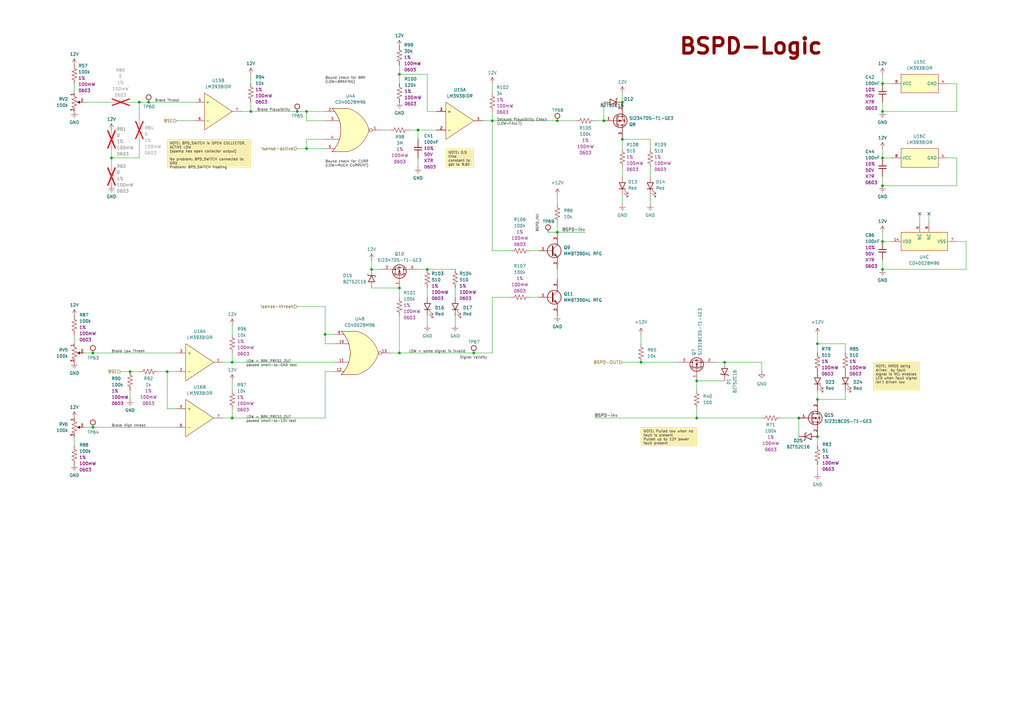
<source format=kicad_sch>
(kicad_sch (version 20250114) (generator "eeschema") (generator_version "9.0")
  (paper "A3")
  (text "Brake High thresh" (at 45.72 175.26 0) (effects (font (size 1.016 1.016)) (justify left bottom)))
  (text "Brake Thresh" (at 63.5 41.91 0) (effects (font (size 1.016 1.016)) (justify left bottom)))
  (text "BSPD_INV\n" (at 220.98 95.25 90) (effects (font (size 1.016 1.016)) (justify left bottom)))
  (text "BSPD-Logic" (at 278.13 22.86 0) (effects (font (size 6.35 6.35) (thickness 1.27) (bold yes)) (justify left bottom)))
  (text "LOW = some signal is invalid" (at 167.64 144.78 0) (effects (font (size 1.016 1.016)) (justify left bottom)))
  (text "LOW = BRK_PRES1_OUT\npassed short-to-GND test" (at 100.965 150.495 0) (effects (font (size 1.016 1.016)) (justify left bottom)))
  (text "Bound check for CURR\n(LOW=MUCH CURRENT)" (at 133.35 68.58 0) (effects (font (size 1.016 1.016)) (justify left bottom)))
  (text "Signal Validity" (at 188.595 147.32 0) (effects (font (size 1.016 1.016)) (justify left bottom)))
  (text "LOW = BRK_PRES1_OUT\npassed short-to-12V test" (at 100.965 173.355 0) (effects (font (size 1.016 1.016)) (justify left bottom)))
  (text "Bound check for BRK\n(LOW=BRAKING)" (at 133.35 34.29 0) (effects (font (size 1.016 1.016)) (justify left bottom)))
  (text "Delayed Plausibility Check\n(LOW=FAULT)" (at 203.835 51.435 0) (effects (font (size 1.016 1.016)) (justify left bottom)))
  (text "Brake Low Thresh" (at 45.72 144.78 0) (effects (font (size 1.016 1.016)) (justify left bottom)))
  (text "Brake Plausibility" (at 105.41 45.72 0) (effects (font (size 1.016 1.016)) (justify left bottom)))
  (text_box "NOTE: BPD_SWITCH is OPEN COLLECTOR, ACTIVE LOW\n(opamp has open collector output)\n\nNo problem: BPD_SWITCH connected to GND\nProblem: BPD_SWITCH floating" (at 68.58 57.15 0) (size 34.29 11.43) (margins 0.9525 0.9525 0.9525 0.9525) (stroke (width 0) (color 245 223 85 1)) (fill (type color) (color 247 238 178 1)) (effects (font (size 1.016 1.016)) (justify left top)))
  (text_box "NOTE: Pulled low when no fault is present\nPulled up by 12V power fault present" (at 262.89 175.26 0) (size 22.86 7.62) (margins 0.9525 0.9525 0.9525 0.9525) (stroke (width 0) (color 245 223 85 1)) (fill (type color) (color 247 238 178 1)) (effects (font (size 1.016 1.016)) (justify left top)))
  (text_box "NOTE: 0.5 time constant to get to 9.6V" (at 182.88 60.96 0) (size 11.43 7.62) (margins 0.9525 0.9525 0.9525 0.9525) (stroke (width 0) (color 245 223 85 1)) (fill (type color) (color 247 238 178 1)) (effects (font (size 1.016 1.016)) (justify left top)))
  (text_box "NOTE: NMOS being driven  by fault signal is NC: enables LED when fault signal isn't driven low" (at 358.14 148.59 0) (size 19.05 11.43) (margins 0.9525 0.9525 0.9525 0.9525) (stroke (width 0) (color 245 223 85 1)) (fill (type color) (color 247 238 178 1)) (effects (font (size 1.016 1.016)) (justify left top)))
  (junction (at 68.58 152.4))
  (junction (at 228.6 95.25))
  (junction (at 262.89 148.59))
  (junction (at 133.35 137.16))
  (junction (at 335.28 179.07))
  (junction (at 175.26 110.49))
  (junction (at 297.18 148.59))
  (junction (at 194.31 144.78))
  (junction (at 57.15 41.91))
  (junction (at 361.95 34.29))
  (junction (at 285.75 171.45))
  (junction (at 121.92 45.72))
  (junction (at 361.95 76.2))
  (junction (at 125.73 60.96))
  (junction (at 361.95 110.49))
  (junction (at 38.1 144.78))
  (junction (at 361.95 45.72))
  (junction (at 163.83 118.11))
  (junction (at 125.73 45.72))
  (junction (at 60.96 41.91))
  (junction (at 38.1 175.26))
  (junction (at 361.95 99.06))
  (junction (at 327.66 171.45))
  (junction (at 45.72 64.77))
  (junction (at 171.45 53.34))
  (junction (at 163.83 30.48))
  (junction (at 335.28 163.83))
  (junction (at 201.93 49.53))
  (junction (at 255.27 41.91))
  (junction (at 247.65 49.53))
  (junction (at 255.27 57.15))
  (junction (at 361.95 64.77))
  (junction (at 228.6 49.53))
  (junction (at 285.75 156.21))
  (junction (at 335.28 140.97))
  (junction (at 95.25 171.45))
  (junction (at 102.87 45.72))
  (junction (at 53.34 152.4))
  (junction (at 152.4 110.49))
  (junction (at 163.83 144.78))
  (junction (at 95.25 148.59))
  (no_connect (at 381 87.63))
  (no_connect (at 377.19 87.63))
  (wire (pts (xy 133.35 152.4) (xy 137.16 152.4)))
  (wire (pts (xy 95.25 148.59) (xy 137.16 148.59)))
  (wire (pts (xy 95.25 133.35) (xy 95.25 137.16)))
  (wire (pts (xy 217.17 102.87) (xy 220.98 102.87)))
  (wire (pts (xy 133.35 171.45) (xy 133.35 152.4)))
  (wire (pts (xy 327.66 171.45) (xy 327.66 179.07)))
  (wire (pts (xy 228.6 80.01) (xy 228.6 83.82)))
  (wire (pts (xy 186.69 129.54) (xy 186.69 133.35)))
  (wire (pts (xy 194.31 144.78) (xy 201.93 144.78)))
  (wire (pts (xy 121.92 125.73) (xy 133.35 125.73)))
  (wire (pts (xy 361.95 30.48) (xy 361.95 34.29)))
  (wire (pts (xy 381 87.63) (xy 381 91.44)))
  (wire (pts (xy 95.25 156.21) (xy 95.25 160.02)))
  (wire (pts (xy 361.95 41.91) (xy 361.95 45.72)))
  (wire (pts (xy 255.27 57.15) (xy 266.7 57.15)))
  (wire (pts (xy 68.58 167.64) (xy 68.58 152.4)))
  (wire (pts (xy 175.26 118.11) (xy 175.26 121.92)))
  (wire (pts (xy 392.43 45.72) (xy 392.43 34.29)))
  (wire (pts (xy 361.95 76.2) (xy 392.43 76.2)))
  (wire (pts (xy 57.15 41.91) (xy 57.15 49.53)))
  (wire (pts (xy 243.84 49.53) (xy 247.65 49.53)))
  (wire (pts (xy 125.73 60.96) (xy 133.35 60.96)))
  (wire (pts (xy 95.25 171.45) (xy 95.25 167.64)))
  (wire (pts (xy 361.95 110.49) (xy 396.24 110.49)))
  (wire (pts (xy 255.27 38.1) (xy 255.27 41.91)))
  (wire (pts (xy 293.37 148.59) (xy 297.18 148.59)))
  (wire (pts (xy 335.28 190.5) (xy 335.28 194.31)))
  (wire (pts (xy 266.7 83.82) (xy 266.7 80.01)))
  (wire (pts (xy 262.89 137.16) (xy 262.89 140.97)))
  (wire (pts (xy 327.66 171.45) (xy 320.04 171.45)))
  (wire (pts (xy 201.93 144.78) (xy 201.93 121.92)))
  (wire (pts (xy 34.29 41.91) (xy 45.72 41.91)))
  (wire (pts (xy 53.34 41.91) (xy 57.15 41.91)))
  (wire (pts (xy 361.95 99.06) (xy 365.76 99.06)))
  (wire (pts (xy 285.75 171.45) (xy 312.42 171.45)))
  (wire (pts (xy 396.24 110.49) (xy 396.24 99.06)))
  (wire (pts (xy 285.75 156.21) (xy 297.18 156.21)))
  (wire (pts (xy 49.53 152.4) (xy 53.34 152.4)))
  (wire (pts (xy 133.35 140.97) (xy 137.16 140.97)))
  (wire (pts (xy 167.64 53.34) (xy 171.45 53.34)))
  (wire (pts (xy 95.25 171.45) (xy 133.35 171.45)))
  (wire (pts (xy 388.62 64.77) (xy 392.43 64.77)))
  (wire (pts (xy 361.95 60.96) (xy 361.95 64.77)))
  (wire (pts (xy 133.35 125.73) (xy 133.35 137.16)))
  (wire (pts (xy 361.95 45.72) (xy 392.43 45.72)))
  (wire (pts (xy 388.62 34.29) (xy 392.43 34.29)))
  (wire (pts (xy 60.96 41.91) (xy 80.01 41.91)))
  (wire (pts (xy 163.83 30.48) (xy 175.26 30.48)))
  (wire (pts (xy 152.4 118.11) (xy 163.83 118.11)))
  (wire (pts (xy 217.17 121.92) (xy 220.98 121.92)))
  (wire (pts (xy 201.93 121.92) (xy 209.55 121.92)))
  (wire (pts (xy 255.27 68.58) (xy 255.27 72.39)))
  (wire (pts (xy 99.06 45.72) (xy 102.87 45.72)))
  (wire (pts (xy 266.7 57.15) (xy 266.7 60.96)))
  (wire (pts (xy 392.43 99.06) (xy 396.24 99.06)))
  (wire (pts (xy 95.25 148.59) (xy 95.25 144.78)))
  (wire (pts (xy 361.95 34.29) (xy 365.76 34.29)))
  (wire (pts (xy 30.48 34.29) (xy 30.48 38.1)))
  (wire (pts (xy 68.58 152.4) (xy 72.39 152.4)))
  (wire (pts (xy 30.48 137.16) (xy 30.48 140.97)))
  (wire (pts (xy 346.71 140.97) (xy 346.71 144.78)))
  (wire (pts (xy 255.27 57.15) (xy 255.27 60.96)))
  (wire (pts (xy 361.95 64.77) (xy 365.76 64.77)))
  (wire (pts (xy 91.44 148.59) (xy 95.25 148.59)))
  (wire (pts (xy 160.02 144.78) (xy 163.83 144.78)))
  (wire (pts (xy 228.6 95.25) (xy 240.03 95.25)))
  (wire (pts (xy 335.28 137.16) (xy 335.28 140.97)))
  (wire (pts (xy 209.55 102.87) (xy 201.93 102.87)))
  (wire (pts (xy 102.87 45.72) (xy 121.92 45.72)))
  (wire (pts (xy 133.35 137.16) (xy 133.35 140.97)))
  (wire (pts (xy 255.27 80.01) (xy 255.27 83.82)))
  (wire (pts (xy 201.93 102.87) (xy 201.93 49.53)))
  (wire (pts (xy 361.95 106.68) (xy 361.95 110.49)))
  (wire (pts (xy 34.29 144.78) (xy 38.1 144.78)))
  (wire (pts (xy 297.18 148.59) (xy 312.42 148.59)))
  (wire (pts (xy 156.21 53.34) (xy 160.02 53.34)))
  (wire (pts (xy 45.72 60.96) (xy 45.72 64.77)))
  (wire (pts (xy 335.28 140.97) (xy 346.71 140.97)))
  (wire (pts (xy 57.15 64.77) (xy 57.15 57.15)))
  (wire (pts (xy 45.72 64.77) (xy 57.15 64.77)))
  (wire (pts (xy 125.73 57.15) (xy 125.73 60.96)))
  (wire (pts (xy 121.92 45.72) (xy 125.73 45.72)))
  (wire (pts (xy 201.93 34.29) (xy 201.93 38.1)))
  (wire (pts (xy 335.28 140.97) (xy 335.28 144.78)))
  (wire (pts (xy 152.4 110.49) (xy 156.21 110.49)))
  (wire (pts (xy 247.65 41.91) (xy 247.65 49.53)))
  (wire (pts (xy 228.6 49.53) (xy 236.22 49.53)))
  (wire (pts (xy 186.69 118.11) (xy 186.69 121.92)))
  (wire (pts (xy 392.43 76.2) (xy 392.43 64.77)))
  (wire (pts (xy 171.45 53.34) (xy 179.07 53.34)))
  (wire (pts (xy 163.83 144.78) (xy 194.31 144.78)))
  (wire (pts (xy 171.45 64.77) (xy 171.45 68.58)))
  (wire (pts (xy 121.92 60.96) (xy 125.73 60.96)))
  (wire (pts (xy 285.75 156.21) (xy 285.75 160.02)))
  (wire (pts (xy 228.6 91.44) (xy 228.6 95.25)))
  (wire (pts (xy 228.6 114.3) (xy 228.6 110.49)))
  (wire (pts (xy 163.83 26.67) (xy 163.83 30.48)))
  (wire (pts (xy 175.26 45.72) (xy 179.07 45.72)))
  (wire (pts (xy 57.15 41.91) (xy 60.96 41.91)))
  (wire (pts (xy 175.26 30.48) (xy 175.26 45.72)))
  (wire (pts (xy 243.84 171.45) (xy 285.75 171.45)))
  (wire (pts (xy 125.73 45.72) (xy 133.35 45.72)))
  (wire (pts (xy 346.71 160.02) (xy 346.71 163.83)))
  (wire (pts (xy 72.39 49.53) (xy 80.01 49.53)))
  (wire (pts (xy 175.26 110.49) (xy 186.69 110.49)))
  (wire (pts (xy 361.95 95.25) (xy 361.95 99.06)))
  (wire (pts (xy 133.35 57.15) (xy 125.73 57.15)))
  (wire (pts (xy 335.28 160.02) (xy 335.28 163.83)))
  (wire (pts (xy 201.93 49.53) (xy 228.6 49.53)))
  (wire (pts (xy 38.1 175.26) (xy 72.39 175.26)))
  (wire (pts (xy 163.83 144.78) (xy 163.83 129.54)))
  (wire (pts (xy 45.72 64.77) (xy 45.72 68.58)))
  (wire (pts (xy 91.44 171.45) (xy 95.25 171.45)))
  (wire (pts (xy 125.73 49.53) (xy 125.73 45.72)))
  (wire (pts (xy 262.89 148.59) (xy 278.13 148.59)))
  (wire (pts (xy 335.28 163.83) (xy 346.71 163.83)))
  (wire (pts (xy 163.83 30.48) (xy 163.83 34.29)))
  (wire (pts (xy 30.48 179.07) (xy 30.48 182.88)))
  (wire (pts (xy 171.45 110.49) (xy 175.26 110.49)))
  (wire (pts (xy 133.35 49.53) (xy 125.73 49.53)))
  (wire (pts (xy 68.58 152.4) (xy 64.77 152.4)))
  (wire (pts (xy 102.87 45.72) (xy 102.87 41.91)))
  (wire (pts (xy 72.39 167.64) (xy 68.58 167.64)))
  (wire (pts (xy 335.28 179.07) (xy 335.28 182.88)))
  (wire (pts (xy 255.27 148.59) (xy 262.89 148.59)))
  (wire (pts (xy 201.93 49.53) (xy 201.93 45.72)))
  (wire (pts (xy 361.95 72.39) (xy 361.95 76.2)))
  (wire (pts (xy 377.19 87.63) (xy 377.19 91.44)))
  (wire (pts (xy 38.1 144.78) (xy 72.39 144.78)))
  (wire (pts (xy 285.75 167.64) (xy 285.75 171.45)))
  (wire (pts (xy 133.35 137.16) (xy 137.16 137.16)))
  (wire (pts (xy 171.45 53.34) (xy 171.45 57.15)))
  (wire (pts (xy 53.34 152.4) (xy 57.15 152.4)))
  (wire (pts (xy 53.34 160.02) (xy 53.34 163.83)))
  (wire (pts (xy 175.26 133.35) (xy 175.26 129.54)))
  (wire (pts (xy 163.83 118.11) (xy 163.83 121.92)))
  (wire (pts (xy 312.42 148.59) (xy 312.42 152.4)))
  (wire (pts (xy 34.29 175.26) (xy 38.1 175.26)))
  (wire (pts (xy 102.87 30.48) (xy 102.87 34.29)))
  (wire (pts (xy 152.4 106.68) (xy 152.4 110.49)))
  (wire (pts (xy 224.79 95.25) (xy 228.6 95.25)))
  (wire (pts (xy 198.12 49.53) (xy 201.93 49.53)))
  (wire (pts (xy 266.7 68.58) (xy 266.7 72.39)))
  (label "BSPD-inv" (at 243.84 171.45 0))
  (label "BSPD-inv" (at 240.03 95.25 180))
  (hierarchical_label "BSE" (shape input) (at 49.53 152.4 180))
  (hierarchical_label "Isense-thresh" (shape input) (at 121.92 125.73 180))
  (hierarchical_label "BSPD-OUT" (shape input) (at 255.27 148.59 180))
  (hierarchical_label "Isense-active" (shape input) (at 121.92 60.96 180))
  (hierarchical_label "BSE" (shape input) (at 72.39 49.53 180))
  (symbol (lib_id "power:Earth") (at 255.27 83.82 0) (unit 1)
    (property "Reference" "#PWR050" (effects (hide yes)))
    (property "Value" "GND" (at 255.27 88.265 0))
    (property "Description" "Power symbol creates a global label with name \"Earth\"" (effects (hide yes)))
  )
  (symbol (lib_id "-Diodes-Zener:BZT52C16") (at 297.18 148.59 270) (unit 1)
    (property "Reference" "D1" (at 298.8259 156.4935 0))
    (property "Value" "BZT52C16" (at 301.3659 156.4935 0))
    (property "Footprint" "Diode_SMD:D_SOD-123" (effects (hide yes)))
    (property "Datasheet" "https://diotec.com/request/datasheet/bzt52c2v4.pdf" (effects (hide yes)))
    (property "Description" "Zener Diode 16 V 500 mW ±5% Surface Mount SOD-123F" (effects (hide yes)))
    (property "Link" "https://www.digikey.com/en/products/detail/diotec-semiconductor/BZT52C16/22192605?s=N4IgTCBcDaICwA4DsCC0AhAWgFQKxgGEBGANgO1QDkAREAXQF8g" (effects (hide yes)))
    (property "Manufacturer" "Diotec" (effects (hide yes)))
    (property "Manufacturer P/N" "BZT52C16" (effects (hide yes)))
    (property "Digikey P/N" "4878-BZT52C16CT-ND" (effects (hide yes)))
    (property "Mouser P/N" "637-BZT52C16" (effects (hide yes)))
    (property "LCSC P/N" "C2105" (effects (hide yes)))
  )
  (symbol (lib_id "power:+12V") (at 262.89 137.16 0) (mirror y) (unit 1)
    (property "Reference" "#PWR0128" (effects (hide yes)))
    (property "Value" "+12V" (at 262.89 132.08 0))
    (property "Description" "Power symbol creates a global label with name \"+12V\"" (effects (hide yes)))
  )
  (symbol (lib_id "power:VCC") (at 361.95 30.48 0) (mirror y) (unit 1)
    (property "Reference" "#PWR0149" (effects (hide yes)))
    (property "Value" "12V" (at 361.95 26.035 0))
    (property "Description" "Power symbol creates a global label with name \"VCC\"" (effects (hide yes)))
  )
  (symbol (lib_id "-C-Ceramic-0603:C-0603-100nF-10%-50V-X7R") (at 361.95 106.68 90) (unit 1)
    (property "Reference" "C86" (at 354.8373 96.4647 90) (effects (justify right)))
    (property "Value" "100nF" (at 354.8373 99.0047 90) (effects (justify right)))
    (property "Footprint" "Capacitor_SMD:C_0603_1608Metric_Pad1.08x0.95mm_HandSolder" (effects (hide yes)))
    (property "Datasheet" "https://jlcpcb.com/api/file/downloadByFileSystemAccessId/8579707083955945472" (effects (hide yes)))
    (property "Description" "100nF 50V X7R 0603 JLCPCB Basic Capacitor" (effects (hide yes)))
    (property "Tolerance" "10%" (at 354.8373 101.5447 90) (effects (justify right)))
    (property "Voltage" "50V" (at 354.8373 104.0847 90) (effects (justify right)))
    (property "Dielectric" "X7R" (at 354.8373 106.6247 90) (effects (justify right)))
    (property "Case/Package" "0603" (at 354.8373 109.1647 90) (effects (justify right)))
    (property "Link" "https://jlcpcb.com/partdetail/YAGEO-CC0603KRX7R9BB104/C14663" (effects (hide yes)))
    (property "Manufacturer" "YAGEO" (effects (hide yes)))
    (property "Manufacturer P/N" "CC0603KRX7R9BB104" (effects (hide yes)))
    (property "Digikey P/N" "311-1344-1-ND" (effects (hide yes)))
    (property "Mouser P/N" "603-CC603KRX7R9BB104" (effects (hide yes)))
    (property "LCSC P/N" "C14663" (effects (hide yes)))
  )
  (symbol (lib_id "-BJT-NPN:MMBT3904L-RFG") (at 220.98 121.92 0) (unit 1)
    (property "Reference" "Q11" (at 231.1557 120.5581 0) (effects (justify left)))
    (property "Value" "MMBT3904L RFG" (at 231.1557 123.0981 0) (effects (justify left)))
    (property "Footprint" "Package_TO_SOT_SMD:SOT-23-3" (effects (hide yes)))
    (property "Datasheet" "https://lcsc.com/datasheet/lcsc_datasheet_2001151033_Taiwan-Semiconductor-MMBT3904L-RFG_C483928.pdf" (effects (hide yes)))
    (property "Description" "Bipolar (BJT) Transistor NPN 40 V 200 mA 250MHz 300 mW Surface Mount SOT-23" (effects (hide yes)))
    (property "Link" "https://www.digikey.com/en/products/detail/taiwan-semiconductor-corporation/MMBT3904L-RFG/7357838?s=N4IgTCBcDaILJwEIBUDMBOADAFgDICUAxAcQGFkBaAOQBEACEAXQF8g" (effects (hide yes)))
    (property "Manufacturer" "Taiwan Semiconductor Corporation" (effects (hide yes)))
    (property "Manufacturer P/N" "MMBT3904L RFG" (effects (hide yes)))
    (property "Digikey P/N" "MMBT3904LRFGCT-ND" (effects (hide yes)))
    (property "Mouser P/N" "821-MMBT3904LRFG" (effects (hide yes)))
    (property "LCSC P/N" "C81464" (effects (hide yes)))
  )
  (symbol (lib_id "power:VCC") (at 95.25 133.35 0) (mirror y) (unit 1)
    (property "Reference" "#PWR0130" (effects (hide yes)))
    (property "Value" "12V" (at 95.25 128.905 0))
    (property "Description" "Power symbol creates a global label with name \"VCC\"" (effects (hide yes)))
  )
  (symbol (lib_id "-R-SMD-0603:R-0603-3M-1%-100mW-100PPM") (at 160.02 53.34 0) (unit 1)
    (property "Reference" "R98" (at 163.9887 56.1554 0))
    (property "Value" "3M" (at 163.9887 58.6954 0))
    (property "Footprint" "Resistor_SMD:R_0603_1608Metric_Pad0.98x0.95mm_HandSolder" (effects (hide yes)))
    (property "Datasheet" "https://jlcpcb.com/api/file/downloadByFileSystemAccessId/8579706245860806656" (effects (hide yes)))
    (property "Description" "3MΩ 0603 JLCPCB Resistor" (effects (hide yes)))
    (property "Tolerance" "1%" (at 163.9887 61.2354 0))
    (property "Power Rating" "100mW" (at 163.9887 63.7754 0))
    (property "Case/Package" "0603" (at 163.9887 66.3154 0))
    (property "Link" "https://jlcpcb.com/partdetail/23883-0603WAF3004T5E/C23156" (effects (hide yes)))
    (property "Manufacturer" "UNI-ROYAL" (effects (hide yes)))
    (property "Manufacturer P/N" "0603WAF3004T5E" (effects (hide yes)))
    (property "Digikey P/N" "RMCF0603FT3M00CT-ND" (effects (hide yes)))
    (property "Mouser P/N" "708-RMCF0603FT3M00" (effects (hide yes)))
    (property "LCSC P/N" "C23156" (effects (hide yes)))
  )
  (symbol (lib_id "-Diodes-Zener:BZT52C16") (at 152.4 118.11 90) (unit 1)
    (property "Reference" "D15" (at 140.5901 113.0238 90) (effects (justify right)))
    (property "Value" "BZT52C16" (at 140.5901 115.5638 90) (effects (justify right)))
    (property "Footprint" "Diode_SMD:D_SOD-123" (effects (hide yes)))
    (property "Datasheet" "https://diotec.com/request/datasheet/bzt52c2v4.pdf" (effects (hide yes)))
    (property "Description" "Zener Diode 16 V 500 mW ±5% Surface Mount SOD-123F" (effects (hide yes)))
    (property "Link" "https://www.digikey.com/en/products/detail/diotec-semiconductor/BZT52C16/22192605?s=N4IgTCBcDaICwA4DsCC0AhAWgFQKxgGEBGANgO1QDkAREAXQF8g" (effects (hide yes)))
    (property "Manufacturer" "Diotec" (effects (hide yes)))
    (property "Manufacturer P/N" "BZT52C16" (effects (hide yes)))
    (property "Digikey P/N" "4878-BZT52C16CT-ND" (effects (hide yes)))
    (property "Mouser P/N" "637-BZT52C16" (effects (hide yes)))
    (property "LCSC P/N" "C2105" (effects (hide yes)))
  )
  (symbol (lib_id "-Test-Points:Square-Pad-1.5mm") (at 38.1 175.26 0) (unit 1)
    (property "Reference" "TP64" (at 35.7659 177.2653 0) (effects (justify left)))
    (property "Footprint" "TestPoint:TestPoint_Pad_1.5x1.5mm" (effects (hide yes)))
    (property "Description" "Square Pad 1.5mm" (effects (hide yes)))
  )
  (symbol (lib_id "power:Earth") (at 30.48 148.59 0) (unit 1)
    (property "Reference" "#PWR055" (effects (hide yes)))
    (property "Value" "GND" (at 30.48 153.035 0))
    (property "Description" "Power symbol creates a global label with name \"Earth\"" (effects (hide yes)))
  )
  (symbol (lib_id "power:+12V") (at 228.6 80.01 0) (unit 1)
    (property "Reference" "#PWR0151" (effects (hide yes)))
    (property "Value" "+12V" (at 228.6 74.93 0))
    (property "Description" "Power symbol creates a global label with name \"+12V\"" (effects (hide yes)))
  )
  (symbol (lib_id "-BJT-NPN:MMBT3904L-RFG") (at 220.98 102.87 0) (unit 1)
    (property "Reference" "Q9" (at 231.1557 101.5081 0) (effects (justify left)))
    (property "Value" "MMBT3904L RFG" (at 231.1557 104.0481 0) (effects (justify left)))
    (property "Footprint" "Package_TO_SOT_SMD:SOT-23-3" (effects (hide yes)))
    (property "Datasheet" "https://lcsc.com/datasheet/lcsc_datasheet_2001151033_Taiwan-Semiconductor-MMBT3904L-RFG_C483928.pdf" (effects (hide yes)))
    (property "Description" "Bipolar (BJT) Transistor NPN 40 V 200 mA 250MHz 300 mW Surface Mount SOT-23" (effects (hide yes)))
    (property "Link" "https://www.digikey.com/en/products/detail/taiwan-semiconductor-corporation/MMBT3904L-RFG/7357838?s=N4IgTCBcDaILJwEIBUDMBOADAFgDICUAxAcQGFkBaAOQBEACEAXQF8g" (effects (hide yes)))
    (property "Manufacturer" "Taiwan Semiconductor Corporation" (effects (hide yes)))
    (property "Manufacturer P/N" "MMBT3904L RFG" (effects (hide yes)))
    (property "Digikey P/N" "MMBT3904LRFGCT-ND" (effects (hide yes)))
    (property "Mouser P/N" "821-MMBT3904LRFG" (effects (hide yes)))
    (property "LCSC P/N" "C81464" (effects (hide yes)))
  )
  (symbol (lib_id "-Comparators:LM393BIDR") (at 76.2 156.21 0) (unit 1)
    (property "Reference" "U16" (at 81.915 135.89 0))
    (property "Value" "LM393BIDR" (at 81.915 138.43 0))
    (property "Footprint" "Package_SO:SOIC-8_3.9x4.9mm_P1.27mm" (effects (hide yes)))
    (property "Datasheet" "https://www.ti.com/lit/ds/symlink/lm393.pdf?HQS=dis-dk-null-digikeymode-dsf-pf-null-wwe&ts=1751857693328&ref_url=https%253A%252F%252Fwww.ti.com%252Fgeneral%252Fdocs%252Fsuppproductinfo.tsp%253FdistId%253D10%2526gotoUrl%253Dhttps%253A%252F%252Fwww.ti.com%252Flit%252Fgpn%252Flm393" (effects (hide yes)))
    (property "Description" "Comparator General Purpose Open-Collector, Rail-to-Rail 8-SOIC" (effects (hide yes)))
    (property "Link" "https://www.digikey.com/en/products/detail/texas-instruments/LM393BIDR/11502345?s=N4IgTCBcDa4JwDYC0AZAsgZjhgQgSQBEAlAYQBUkA5AgAhAF0BfIA" (effects (hide yes)))
    (property "Manufacturer" "Texas Instruments" (effects (hide yes)))
    (property "Manufacturer P/N" "LM393BIDR" (effects (hide yes)))
    (property "Digikey P/N" "296-LM393BIDRCT-ND" (effects (hide yes)))
    (property "Mouser P/N" "595-LM393BIDR" (effects (hide yes)))
    (property "LCSC P/N" "C2865059" (effects (hide yes)))
  )
  (symbol (lib_id "-R-SMD-0603:R-0603-0-1%-100mW-1500PPM") (at 45.72 76.2 90) (unit 1) (dnp yes)
    (property "Reference" "R82" (at 47.8386 68.1975 90) (effects (justify right)))
    (property "Value" "0" (at 47.8386 70.7375 90) (effects (justify right)))
    (property "Footprint" "Resistor_SMD:R_0603_1608Metric_Pad0.98x0.95mm_HandSolder" (effects (hide yes)))
    (property "Datasheet" "https://jlcpcb.com/api/file/downloadByFileSystemAccessId/8578255895094087680" (effects (hide yes)))
    (property "Description" "0Ω 0603 JLCPCB Basic Resistor" (effects (hide yes)))
    (property "Tolerance" "1%" (at 47.8386 73.2775 90) (effects (justify right)))
    (property "Power Rating" "100mW" (at 47.8386 75.8175 90) (effects (justify right)))
    (property "Case/Package" "0603" (at 47.8386 78.3575 90) (effects (justify right)))
    (property "Link" "https://jlcpcb.com/partdetail/21903-0603WAF0000T5E/C21189" (effects (hide yes)))
    (property "Manufacturer" "UNI-ROYAL" (effects (hide yes)))
    (property "Manufacturer P/N" "0603WAF0000T5E" (effects (hide yes)))
    (property "Digikey P/N" "311-0.0GRCT-ND" (effects (hide yes)))
    (property "Mouser P/N" "603-RC0603JR-070RL" (effects (hide yes)))
    (property "LCSC P/N" "C21189" (effects (hide yes)))
  )
  (symbol (lib_id "-R-SMD-0603:R-0603-510-1%-100mW-100PPM") (at 335.28 152.4 90) (unit 1)
    (property "Reference" "R79" (at 336.888 143.1628 90) (effects (justify right)))
    (property "Value" "510" (at 336.888 145.7028 90) (effects (justify right)))
    (property "Footprint" "Resistor_SMD:R_0603_1608Metric_Pad0.98x0.95mm_HandSolder" (effects (hide yes)))
    (property "Datasheet" "https://jlcpcb.com/api/file/downloadByFileSystemAccessId/8579706285526474752" (effects (hide yes)))
    (property "Description" "510Ω 0603 JLCPCB Basic Resistor" (effects (hide yes)))
    (property "Tolerance" "1%" (at 336.888 148.2428 90) (effects (justify right)))
    (property "Power Rating" "100mW" (at 336.888 150.7828 90) (effects (justify right)))
    (property "Case/Package" "0603" (at 336.888 153.3228 90) (effects (justify right)))
    (property "Link" "https://jlcpcb.com/partdetail/23920-0603WAF5100T5E/C23193" (effects (hide yes)))
    (property "Manufacturer" "UNI-ROYAL" (effects (hide yes)))
    (property "Manufacturer P/N" "0603WAF5100T5E" (effects (hide yes)))
    (property "Digikey P/N" "RR08P510DCT-ND" (effects (hide yes)))
    (property "Mouser P/N" "754-RR0816P-511D" (effects (hide yes)))
    (property "LCSC P/N" "C23193" (effects (hide yes)))
  )
  (symbol (lib_id "-R-SMD-0603:R-0603-0-1%-100mW-1500PPM") (at 57.15 57.15 90) (unit 1) (dnp yes)
    (property "Reference" "R84" (at 59.2016 52.5243 90) (effects (justify right)))
    (property "Value" "0" (at 59.2016 55.0643 90) (effects (justify right)))
    (property "Footprint" "Resistor_SMD:R_0603_1608Metric_Pad0.98x0.95mm_HandSolder" (effects (hide yes)))
    (property "Datasheet" "https://jlcpcb.com/api/file/downloadByFileSystemAccessId/8578255895094087680" (effects (hide yes)))
    (property "Description" "0Ω 0603 JLCPCB Basic Resistor" (effects (hide yes)))
    (property "Tolerance" "1%" (at 59.2016 57.6043 90) (effects (justify right)))
    (property "Power Rating" "100mW" (at 59.2016 60.1443 90) (effects (justify right)))
    (property "Case/Package" "0603" (at 59.2016 62.6843 90) (effects (justify right)))
    (property "Link" "https://jlcpcb.com/partdetail/21903-0603WAF0000T5E/C21189" (effects (hide yes)))
    (property "Manufacturer" "UNI-ROYAL" (effects (hide yes)))
    (property "Manufacturer P/N" "0603WAF0000T5E" (effects (hide yes)))
    (property "Digikey P/N" "311-0.0GRCT-ND" (effects (hide yes)))
    (property "Mouser P/N" "603-RC0603JR-070RL" (effects (hide yes)))
    (property "LCSC P/N" "C21189" (effects (hide yes)))
  )
  (symbol (lib_id "-R-SMD-0603:R-0603-100k-1%-100mW-100PPM") (at 30.48 137.16 90) (unit 1)
    (property "Reference" "R87" (at 32.4751 129.1716 90) (effects (justify right)))
    (property "Value" "100k" (at 32.4751 131.7116 90) (effects (justify right)))
    (property "Footprint" "Resistor_SMD:R_0603_1608Metric_Pad0.98x0.95mm_HandSolder" (effects (hide yes)))
    (property "Datasheet" "https://jlcpcb.com/api/file/downloadByFileSystemAccessId/8579706350726930432" (effects (hide yes)))
    (property "Description" "100kΩ 0603 JLCPCB Basic Resistor" (effects (hide yes)))
    (property "Tolerance" "1%" (at 32.4751 134.2516 90) (effects (justify right)))
    (property "Power Rating" "100mW" (at 32.4751 136.7916 90) (effects (justify right)))
    (property "Case/Package" "0603" (at 32.4751 139.3316 90) (effects (justify right)))
    (property "Link" "https://jlcpcb.com/partdetail/26546-0603WAF1003T5E/C25803" (effects (hide yes)))
    (property "Manufacturer" "UNI-ROYAL" (effects (hide yes)))
    (property "Manufacturer P/N" "0603WAF1003T5E" (effects (hide yes)))
    (property "Digikey P/N" "RG16P100KBCT-ND" (effects (hide yes)))
    (property "Mouser P/N" "754-RG1608P-104-B-T5" (effects (hide yes)))
    (property "LCSC P/N" "C25803" (effects (hide yes)))
  )
  (symbol (lib_id "-MOSFET-P-Channel:SI2347DS-T1-GE3") (at 163.83 118.11 270) (mirror x) (unit 1)
    (property "Reference" "Q10" (at 163.83 104.14 90))
    (property "Value" "SI2347DS-T1-GE3" (at 163.83 106.68 90))
    (property "Footprint" "Package_TO_SOT_SMD:SOT-23-3" (effects (hide yes)))
    (property "Datasheet" "https://www.vishay.com/docs/62827/si2347ds.pdf" (effects (hide yes)))
    (property "Description" "P-Channel 30 V 5A (Tc) 1.7W (Tc) Surface Mount SOT-23-3 (TO-236)" (effects (hide yes)))
    (property "Link" "https://www.digikey.com/en/products/detail/vishay-siliconix/SI2347DS-T1-GE3/4496222?s=N4IgTCBcDaIMoEkwGYAsB2AInAtAFQEYcBxAUWQGE8cA5TEAXQF8g" (effects (hide yes)))
    (property "Manufacturer" "Vishay" (effects (hide yes)))
    (property "Manufacturer P/N" "SI2347DS-T1-GE3" (effects (hide yes)))
    (property "Digikey P/N" "SI2347DS-T1-GE3CT-ND" (effects (hide yes)))
    (property "Mouser P/N" "78-SI2347DS-T1-GE3" (effects (hide yes)))
    (property "LCSC P/N" "C145002" (effects (hide yes)))
  )
  (symbol (lib_id "-Potentiometers:TC33X-2-104E") (at 30.48 179.07 0) (unit 1)
    (property "Reference" "RV6" (at 27.94 173.9899 0) (effects (justify right)))
    (property "Value" "100k" (at 27.94 176.5299 0) (effects (justify right)))
    (property "Footprint" "Potentiometer_SMD:Potentiometer_Bourns_TC33X_Vertical" (effects (hide yes)))
    (property "Datasheet" "https://www.bourns.com/docs/Product-Datasheets/TC33.pdf" (effects (hide yes)))
    (property "Description" "100 kOhms 0.15W J Lead Surface Mount Trimmer Potentiometer Cermet 1.0 Turn Top Adjustment" (effects (hide yes)))
    (property "Link" "https://www.digikey.com/en/products/detail/bourns-inc/TC33X-2-104E/612859?s=N4IgTCBcDaICoGEDMSAaBaAjABgCwFEE50A5AERAF0BfIA" (effects (hide yes)))
    (property "Manufacturer" "Bourns" (effects (hide yes)))
    (property "Manufacturer P/N" "TC33X-2-104E" (effects (hide yes)))
    (property "Digikey P/N" "TC33X-104ECT-ND" (effects (hide yes)))
    (property "Mouser P/N" "652-TC33X-2-104E" (effects (hide yes)))
    (property "LCSC P/N" "C719186" (effects (hide yes)))
  )
  (symbol (lib_id "-Test-Points:Square-Pad-1.5mm") (at 194.31 144.78 0) (unit 1)
    (property "Reference" "TP67" (at 191.9664 140.2428 0) (effects (justify left)))
    (property "Footprint" "TestPoint:TestPoint_Pad_1.5x1.5mm" (effects (hide yes)))
    (property "Description" "Square Pad 1.5mm" (effects (hide yes)))
  )
  (symbol (lib_id "-C-Ceramic-0603:C-0603-100nF-10%-50V-X7R") (at 171.45 64.77 90) (unit 1)
    (property "Reference" "C41" (at 173.8228 55.7478 90) (effects (justify right)))
    (property "Value" "100nF" (at 173.8228 58.2878 90) (effects (justify right)))
    (property "Footprint" "Capacitor_SMD:C_0603_1608Metric_Pad1.08x0.95mm_HandSolder" (effects (hide yes)))
    (property "Datasheet" "https://jlcpcb.com/api/file/downloadByFileSystemAccessId/8579707083955945472" (effects (hide yes)))
    (property "Description" "100nF 50V X7R 0603 JLCPCB Basic Capacitor" (effects (hide yes)))
    (property "Tolerance" "10%" (at 173.8228 60.8278 90) (effects (justify right)))
    (property "Voltage" "50V" (at 173.8228 63.3678 90) (effects (justify right)))
    (property "Dielectric" "X7R" (at 173.8228 65.9078 90) (effects (justify right)))
    (property "Case/Package" "0603" (at 173.8228 68.4478 90) (effects (justify right)))
    (property "Link" "https://jlcpcb.com/partdetail/YAGEO-CC0603KRX7R9BB104/C14663" (effects (hide yes)))
    (property "Manufacturer" "YAGEO" (effects (hide yes)))
    (property "Manufacturer P/N" "CC0603KRX7R9BB104" (effects (hide yes)))
    (property "Digikey P/N" "311-1344-1-ND" (effects (hide yes)))
    (property "Mouser P/N" "603-CC603KRX7R9BB104" (effects (hide yes)))
    (property "LCSC P/N" "C14663" (effects (hide yes)))
  )
  (symbol (lib_id "-Comparators:LM393BIDR") (at 182.88 57.15 0) (unit 1)
    (property "Reference" "U15" (at 188.595 36.83 0))
    (property "Value" "LM393BIDR" (at 188.595 39.37 0))
    (property "Footprint" "Package_SO:SOIC-8_3.9x4.9mm_P1.27mm" (effects (hide yes)))
    (property "Datasheet" "https://www.ti.com/lit/ds/symlink/lm393.pdf?HQS=dis-dk-null-digikeymode-dsf-pf-null-wwe&ts=1751857693328&ref_url=https%253A%252F%252Fwww.ti.com%252Fgeneral%252Fdocs%252Fsuppproductinfo.tsp%253FdistId%253D10%2526gotoUrl%253Dhttps%253A%252F%252Fwww.ti.com%252Flit%252Fgpn%252Flm393" (effects (hide yes)))
    (property "Description" "Comparator General Purpose Open-Collector, Rail-to-Rail 8-SOIC" (effects (hide yes)))
    (property "Link" "https://www.digikey.com/en/products/detail/texas-instruments/LM393BIDR/11502345?s=N4IgTCBcDa4JwDYC0AZAsgZjhgQgSQBEAlAYQBUkA5AgAhAF0BfIA" (effects (hide yes)))
    (property "Manufacturer" "Texas Instruments" (effects (hide yes)))
    (property "Manufacturer P/N" "LM393BIDR" (effects (hide yes)))
    (property "Digikey P/N" "296-LM393BIDRCT-ND" (effects (hide yes)))
    (property "Mouser P/N" "595-LM393BIDR" (effects (hide yes)))
    (property "LCSC P/N" "C2865059" (effects (hide yes)))
  )
  (symbol (lib_id "power:VCC") (at 95.25 156.21 0) (mirror y) (unit 1)
    (property "Reference" "#PWR0132" (effects (hide yes)))
    (property "Value" "12V" (at 95.25 151.765 0))
    (property "Description" "Power symbol creates a global label with name \"VCC\"" (effects (hide yes)))
  )
  (symbol (lib_id "-R-SMD-0603:R-0603-510-1%-100mW-100PPM") (at 266.7 68.58 90) (unit 1)
    (property "Reference" "R109" (at 268.308 59.3428 90) (effects (justify right)))
    (property "Value" "510" (at 268.308 61.8828 90) (effects (justify right)))
    (property "Footprint" "Resistor_SMD:R_0603_1608Metric_Pad0.98x0.95mm_HandSolder" (effects (hide yes)))
    (property "Datasheet" "https://jlcpcb.com/api/file/downloadByFileSystemAccessId/8579706285526474752" (effects (hide yes)))
    (property "Description" "510Ω 0603 JLCPCB Basic Resistor" (effects (hide yes)))
    (property "Tolerance" "1%" (at 268.308 64.4228 90) (effects (justify right)))
    (property "Power Rating" "100mW" (at 268.308 66.9628 90) (effects (justify right)))
    (property "Case/Package" "0603" (at 268.308 69.5028 90) (effects (justify right)))
    (property "Link" "https://jlcpcb.com/partdetail/23920-0603WAF5100T5E/C23193" (effects (hide yes)))
    (property "Manufacturer" "UNI-ROYAL" (effects (hide yes)))
    (property "Manufacturer P/N" "0603WAF5100T5E" (effects (hide yes)))
    (property "Digikey P/N" "RR08P510DCT-ND" (effects (hide yes)))
    (property "Mouser P/N" "754-RR0816P-511D" (effects (hide yes)))
    (property "LCSC P/N" "C23193" (effects (hide yes)))
  )
  (symbol (lib_id "power:Earth") (at 361.95 76.2 0) (unit 1)
    (property "Reference" "#PWR0154" (effects (hide yes)))
    (property "Value" "GND" (at 361.95 80.645 0))
    (property "Description" "Power symbol creates a global label with name \"Earth\"" (effects (hide yes)))
  )
  (symbol (lib_id "-R-SMD-0603:R-0603-100k-1%-100mW-100PPM") (at 163.83 129.54 90) (unit 1)
    (property "Reference" "R101" (at 165.4543 120.1167 90) (effects (justify right)))
    (property "Value" "100k" (at 165.4543 122.6567 90) (effects (justify right)))
    (property "Footprint" "Resistor_SMD:R_0603_1608Metric_Pad0.98x0.95mm_HandSolder" (effects (hide yes)))
    (property "Datasheet" "https://jlcpcb.com/api/file/downloadByFileSystemAccessId/8579706350726930432" (effects (hide yes)))
    (property "Description" "100kΩ 0603 JLCPCB Basic Resistor" (effects (hide yes)))
    (property "Tolerance" "1%" (at 165.4543 125.1967 90) (effects (justify right)))
    (property "Power Rating" "100mW" (at 165.4543 127.7367 90) (effects (justify right)))
    (property "Case/Package" "0603" (at 165.4543 130.2767 90) (effects (justify right)))
    (property "Link" "https://jlcpcb.com/partdetail/26546-0603WAF1003T5E/C25803" (effects (hide yes)))
    (property "Manufacturer" "UNI-ROYAL" (effects (hide yes)))
    (property "Manufacturer P/N" "0603WAF1003T5E" (effects (hide yes)))
    (property "Digikey P/N" "RG16P100KBCT-ND" (effects (hide yes)))
    (property "Mouser P/N" "754-RG1608P-104-B-T5" (effects (hide yes)))
    (property "LCSC P/N" "C25803" (effects (hide yes)))
  )
  (symbol (lib_id "power:Earth") (at 175.26 133.35 0) (unit 1)
    (property "Reference" "#PWR0145" (effects (hide yes)))
    (property "Value" "GND" (at 175.26 137.795 0))
    (property "Description" "Power symbol creates a global label with name \"Earth\"" (effects (hide yes)))
  )
  (symbol (lib_id "power:Earth") (at 171.45 68.58 0) (unit 1)
    (property "Reference" "#PWR045" (effects (hide yes)))
    (property "Value" "GND" (at 171.45 73.025 0))
    (property "Description" "Power symbol creates a global label with name \"Earth\"" (effects (hide yes)))
  )
  (symbol (lib_id "-Potentiometers:TC33X-2-104E") (at 30.48 148.59 0) (unit 1)
    (property "Reference" "RV5" (at 27.94 143.5099 0) (effects (justify right)))
    (property "Value" "100k" (at 27.94 146.0499 0) (effects (justify right)))
    (property "Footprint" "Potentiometer_SMD:Potentiometer_Bourns_TC33X_Vertical" (effects (hide yes)))
    (property "Datasheet" "https://www.bourns.com/docs/Product-Datasheets/TC33.pdf" (effects (hide yes)))
    (property "Description" "100 kOhms 0.15W J Lead Surface Mount Trimmer Potentiometer Cermet 1.0 Turn Top Adjustment" (effects (hide yes)))
    (property "Link" "https://www.digikey.com/en/products/detail/bourns-inc/TC33X-2-104E/612859?s=N4IgTCBcDaICoGEDMSAaBaAjABgCwFEE50A5AERAF0BfIA" (effects (hide yes)))
    (property "Manufacturer" "Bourns" (effects (hide yes)))
    (property "Manufacturer P/N" "TC33X-2-104E" (effects (hide yes)))
    (property "Digikey P/N" "TC33X-104ECT-ND" (effects (hide yes)))
    (property "Mouser P/N" "652-TC33X-2-104E" (effects (hide yes)))
    (property "LCSC P/N" "C719186" (effects (hide yes)))
  )
  (symbol (lib_id "power:Earth") (at 266.7 83.82 0) (unit 1)
    (property "Reference" "#PWR051" (effects (hide yes)))
    (property "Value" "GND" (at 266.7 88.265 0))
    (property "Description" "Power symbol creates a global label with name \"Earth\"" (effects (hide yes)))
  )
  (symbol (lib_id "power:Earth") (at 163.83 41.91 0) (unit 1)
    (property "Reference" "#PWR0142" (effects (hide yes)))
    (property "Value" "GND" (at 163.83 46.355 0))
    (property "Description" "Power symbol creates a global label with name \"Earth\"" (effects (hide yes)))
  )
  (symbol (lib_id "-Logic-Gates:CD4002BM96") (at 137.16 152.4 0) (unit 2)
    (property "Reference" "U4" (at 147.5613 130.81 0))
    (property "Value" "CD4002BM96" (at 147.5613 133.35 0))
    (property "Footprint" "Package_SO:SOIC-14_3.9x8.7mm_P1.27mm" (effects (hide yes)))
    (property "Datasheet" "https://www.ti.com/lit/ds/symlink/cd4001b.pdf?HQS=dis-dk-null-digikeymode-dsf-pf-null-wwe&ts=1751822274911&ref_url=https%253A%252F%252Fwww.ti.com%252Fgeneral%252Fdocs%252Fsuppproductinfo.tsp%253FdistId%253D10%2526gotoUrl%253Dhttps%253A%252F%252Fwww.ti.com%252Flit%252Fgpn%252Fcd4001b" (effects (hide yes)))
    (property "Description" "NOR Gate IC 2 Channel 14-SOIC" (effects (hide yes)))
    (property "Link" "https://www.digikey.com/en/products/detail/texas-instruments/CD4002BM96/1690590?s=N4IgTCBcDa4JwDYC0BmAHABgCxyQRiQDkAREAXQF8g" (effects (hide yes)))
    (property "Manufacturer" "Texas Instruments" (effects (hide yes)))
    (property "Manufacturer P/N" "CD4002BM96" (effects (hide yes)))
    (property "Digikey P/N" "296-38049-1-ND" (effects (hide yes)))
    (property "Mouser P/N" "595-CD4002BM96" (effects (hide yes)))
    (property "LCSC P/N" "C555144" (effects (hide yes)))
  )
  (symbol (lib_id "-R-SMD-0603:R-0603-100k-1%-100mW-100PPM") (at 312.42 171.45 0) (unit 1)
    (property "Reference" "R71" (at 316.104 174.2347 0))
    (property "Value" "100k" (at 316.104 176.7747 0))
    (property "Footprint" "Resistor_SMD:R_0603_1608Metric_Pad0.98x0.95mm_HandSolder" (effects (hide yes)))
    (property "Datasheet" "https://jlcpcb.com/api/file/downloadByFileSystemAccessId/8579706350726930432" (effects (hide yes)))
    (property "Description" "100kΩ 0603 JLCPCB Basic Resistor" (effects (hide yes)))
    (property "Tolerance" "1%" (at 316.104 179.3147 0))
    (property "Power Rating" "100mW" (at 316.104 181.8547 0))
    (property "Case/Package" "0603" (at 316.104 184.3947 0))
    (property "Link" "https://jlcpcb.com/partdetail/26546-0603WAF1003T5E/C25803" (effects (hide yes)))
    (property "Manufacturer" "UNI-ROYAL" (effects (hide yes)))
    (property "Manufacturer P/N" "0603WAF1003T5E" (effects (hide yes)))
    (property "Digikey P/N" "RG16P100KBCT-ND" (effects (hide yes)))
    (property "Mouser P/N" "754-RG1608P-104-B-T5" (effects (hide yes)))
    (property "LCSC P/N" "C25803" (effects (hide yes)))
  )
  (symbol (lib_id "-Test-Points:Square-Pad-1.5mm") (at 38.1 144.78 0) (unit 1)
    (property "Reference" "TP63" (at 35.7696 146.8138 0) (effects (justify left)))
    (property "Footprint" "TestPoint:TestPoint_Pad_1.5x1.5mm" (effects (hide yes)))
    (property "Description" "Square Pad 1.5mm" (effects (hide yes)))
  )
  (symbol (lib_id "-Test-Points:Square-Pad-1.5mm") (at 60.96 41.91 0) (unit 1)
    (property "Reference" "TP60" (at 58.6582 43.7539 0) (effects (justify left)))
    (property "Footprint" "TestPoint:TestPoint_Pad_1.5x1.5mm" (effects (hide yes)))
    (property "Description" "Square Pad 1.5mm" (effects (hide yes)))
  )
  (symbol (lib_id "-Diodes-LED:NCD0805R1") (at 346.71 152.4 270) (unit 1)
    (property "Reference" "D24" (at 349.8885 156.7133 90) (effects (justify left)))
    (property "Value" "Red" (at 349.8885 159.2533 90) (effects (justify left)))
    (property "Footprint" "LED_SMD:LED_0805_2012Metric" (effects (hide yes)))
    (property "Datasheet" "https://jlcpcb.com/api/file/downloadByFileSystemAccessId/8550724080677908480" (effects (hide yes)))
    (property "Description" "Red LED, SMD 0805, 615-630 nm, Vf 1.6-2.6 V" (effects (hide yes)))
    (property "Link" "https://jlcpcb.com/partdetail/85425-NCD0805R1/C84256" (effects (hide yes)))
    (property "Manufacturer" "Foshan NationStar Optoelectronics" (effects (hide yes)))
    (property "Manufacturer P/N" "NCD0805R1" (effects (hide yes)))
    (property "Digikey P/N" "350-2039-1-ND" (effects (hide yes)))
    (property "Mouser P/N" "645-598-8120-107F" (effects (hide yes)))
    (property "LCSC P/N" "C84256" (effects (hide yes)))
  )
  (symbol (lib_id "-MOSFET-N-Channel:SI2318CDS-T1-GE3") (at 327.66 171.45 0) (unit 1)
    (property "Reference" "Q15" (at 338.0186 170.2464 0) (effects (justify left)))
    (property "Value" "SI2318CDS-T1-GE3" (at 338.0186 172.7864 0) (effects (justify left)))
    (property "Footprint" "Package_TO_SOT_SMD:SOT-23-3" (effects (hide yes)))
    (property "Datasheet" "https://www.vishay.com/docs/67030/si2318cds.pdf" (effects (hide yes)))
    (property "Description" "N-Channel 40 V 5.6A (Tc) 1.25W (Ta), 2.1W (Tc) Surface Mount SOT-23-3 (TO-236)" (effects (hide yes)))
    (property "Link" "https://www.digikey.com/en/products/detail/vishay-siliconix/SI2318CDS-T1-GE3/3748954?s=N4IgTCBcDaIMoEkwGYCMAOAwgETgWgBVU8BxAUWUwLwDlsQBdAXyA" (effects (hide yes)))
    (property "Manufacturer" "Vishay" (effects (hide yes)))
    (property "Manufacturer P/N" "SI2318CDS-T1-GE3" (effects (hide yes)))
    (property "Digikey P/N" "SI2318CDS-T1-GE3CT-ND" (effects (hide yes)))
    (property "Mouser P/N" "781-SI2318CDS-T1-GE3" (effects (hide yes)))
    (property "LCSC P/N" "C14498" (effects (hide yes)))
  )
  (symbol (lib_id "-Comparators:LM393BIDR") (at 83.82 53.34 0) (unit 2)
    (property "Reference" "U15" (at 89.535 33.02 0))
    (property "Value" "LM393BIDR" (at 89.535 35.56 0))
    (property "Footprint" "Package_SO:SOIC-8_3.9x4.9mm_P1.27mm" (effects (hide yes)))
    (property "Datasheet" "https://www.ti.com/lit/ds/symlink/lm393.pdf?HQS=dis-dk-null-digikeymode-dsf-pf-null-wwe&ts=1751857693328&ref_url=https%253A%252F%252Fwww.ti.com%252Fgeneral%252Fdocs%252Fsuppproductinfo.tsp%253FdistId%253D10%2526gotoUrl%253Dhttps%253A%252F%252Fwww.ti.com%252Flit%252Fgpn%252Flm393" (effects (hide yes)))
    (property "Description" "Comparator General Purpose Open-Collector, Rail-to-Rail 8-SOIC" (effects (hide yes)))
    (property "Link" "https://www.digikey.com/en/products/detail/texas-instruments/LM393BIDR/11502345?s=N4IgTCBcDa4JwDYC0AZAsgZjhgQgSQBEAlAYQBUkA5AgAhAF0BfIA" (effects (hide yes)))
    (property "Manufacturer" "Texas Instruments" (effects (hide yes)))
    (property "Manufacturer P/N" "LM393BIDR" (effects (hide yes)))
    (property "Digikey P/N" "296-LM393BIDRCT-ND" (effects (hide yes)))
    (property "Mouser P/N" "595-LM393BIDR" (effects (hide yes)))
    (property "LCSC P/N" "C2865059" (effects (hide yes)))
  )
  (symbol (lib_id "-R-SMD-0603:R-0603-120k-1%-100mW-100PPM") (at 163.83 41.91 90) (unit 1)
    (property "Reference" "R100" (at 165.8396 32.3922 90) (effects (justify right)))
    (property "Value" "120k" (at 165.8396 34.9322 90) (effects (justify right)))
    (property "Footprint" "Resistor_SMD:R_0603_1608Metric_Pad0.98x0.95mm_HandSolder" (effects (hide yes)))
    (property "Datasheet" "https://jlcpcb.com/api/file/downloadByFileSystemAccessId/8579706356389380096" (effects (hide yes)))
    (property "Description" "120kΩ 0603 JLCPCB Basic Resistor" (effects (hide yes)))
    (property "Tolerance" "1%" (at 165.8396 37.4722 90) (effects (justify right)))
    (property "Power Rating" "100mW" (at 165.8396 40.0122 90) (effects (justify right)))
    (property "Case/Package" "0603" (at 165.8396 42.5522 90) (effects (justify right)))
    (property "Link" "https://jlcpcb.com/partdetail/26551-0603WAF1203T5E/C25808" (effects (hide yes)))
    (property "Manufacturer" "UNI-ROYAL" (effects (hide yes)))
    (property "Manufacturer P/N" "0603WAF1203T5E" (effects (hide yes)))
    (property "Digikey P/N" "311-120KGRCT-ND" (effects (hide yes)))
    (property "Mouser P/N" "603-RC0603JR-07120KL" (effects (hide yes)))
    (property "LCSC P/N" "C25808" (effects (hide yes)))
  )
  (symbol (lib_id "power:Earth") (at 45.72 76.2 0) (unit 1)
    (property "Reference" "#PWR053" (effects (hide yes)))
    (property "Value" "GND" (at 45.72 80.645 0))
    (property "Description" "Power symbol creates a global label with name \"Earth\"" (effects (hide yes)))
  )
  (symbol (lib_id "-R-SMD-0603:R-0603-100k-1%-100mW-100PPM") (at 209.55 121.92 0) (unit 1)
    (property "Reference" "R107" (at 213.1926 109.1165 0))
    (property "Value" "100k" (at 213.1926 111.6565 0))
    (property "Footprint" "Resistor_SMD:R_0603_1608Metric_Pad0.98x0.95mm_HandSolder" (effects (hide yes)))
    (property "Datasheet" "https://jlcpcb.com/api/file/downloadByFileSystemAccessId/8579706350726930432" (effects (hide yes)))
    (property "Description" "100kΩ 0603 JLCPCB Basic Resistor" (effects (hide yes)))
    (property "Tolerance" "1%" (at 213.1926 114.1965 0))
    (property "Power Rating" "100mW" (at 213.1926 116.7365 0))
    (property "Case/Package" "0603" (at 213.1926 119.2765 0))
    (property "Link" "https://jlcpcb.com/partdetail/26546-0603WAF1003T5E/C25803" (effects (hide yes)))
    (property "Manufacturer" "UNI-ROYAL" (effects (hide yes)))
    (property "Manufacturer P/N" "0603WAF1003T5E" (effects (hide yes)))
    (property "Digikey P/N" "RG16P100KBCT-ND" (effects (hide yes)))
    (property "Mouser P/N" "754-RG1608P-104-B-T5" (effects (hide yes)))
    (property "LCSC P/N" "C25803" (effects (hide yes)))
  )
  (symbol (lib_id "power:Earth") (at 186.69 133.35 0) (unit 1)
    (property "Reference" "#PWR0146" (effects (hide yes)))
    (property "Value" "GND" (at 186.69 137.795 0))
    (property "Description" "Power symbol creates a global label with name \"Earth\"" (effects (hide yes)))
  )
  (symbol (lib_id "-Diodes-LED:NCD0805R1") (at 266.7 72.39 270) (unit 1)
    (property "Reference" "D14" (at 268.9557 74.5917 90) (effects (justify left)))
    (property "Value" "Red" (at 268.9557 77.1317 90) (effects (justify left)))
    (property "Footprint" "LED_SMD:LED_0805_2012Metric" (effects (hide yes)))
    (property "Datasheet" "https://jlcpcb.com/api/file/downloadByFileSystemAccessId/8550724080677908480" (effects (hide yes)))
    (property "Description" "Red LED, SMD 0805, 615-630 nm, Vf 1.6-2.6 V" (effects (hide yes)))
    (property "Link" "https://jlcpcb.com/partdetail/85425-NCD0805R1/C84256" (effects (hide yes)))
    (property "Manufacturer" "Foshan NationStar Optoelectronics" (effects (hide yes)))
    (property "Manufacturer P/N" "NCD0805R1" (effects (hide yes)))
    (property "Digikey P/N" "350-2039-1-ND" (effects (hide yes)))
    (property "Mouser P/N" "645-598-8120-107F" (effects (hide yes)))
    (property "LCSC P/N" "C84256" (effects (hide yes)))
  )
  (symbol (lib_id "-Test-Points:Square-Pad-1.5mm") (at 121.92 45.72 0) (unit 1)
    (property "Reference" "TP65" (at 119.5224 47.5334 0) (effects (justify left)))
    (property "Footprint" "TestPoint:TestPoint_Pad_1.5x1.5mm" (effects (hide yes)))
    (property "Description" "Square Pad 1.5mm" (effects (hide yes)))
  )
  (symbol (lib_id "-Comparators:LM393BIDR") (at 369.57 68.58 0) (unit 3)
    (property "Reference" "U16" (at 377.19 55.88 0))
    (property "Value" "LM393BIDR" (at 377.19 58.42 0))
    (property "Footprint" "Package_SO:SOIC-8_3.9x4.9mm_P1.27mm" (effects (hide yes)))
    (property "Datasheet" "https://www.ti.com/lit/ds/symlink/lm393.pdf?HQS=dis-dk-null-digikeymode-dsf-pf-null-wwe&ts=1751857693328&ref_url=https%253A%252F%252Fwww.ti.com%252Fgeneral%252Fdocs%252Fsuppproductinfo.tsp%253FdistId%253D10%2526gotoUrl%253Dhttps%253A%252F%252Fwww.ti.com%252Flit%252Fgpn%252Flm393" (effects (hide yes)))
    (property "Description" "Comparator General Purpose Open-Collector, Rail-to-Rail 8-SOIC" (effects (hide yes)))
    (property "Link" "https://www.digikey.com/en/products/detail/texas-instruments/LM393BIDR/11502345?s=N4IgTCBcDa4JwDYC0AZAsgZjhgQgSQBEAlAYQBUkA5AgAhAF0BfIA" (effects (hide yes)))
    (property "Manufacturer" "Texas Instruments" (effects (hide yes)))
    (property "Manufacturer P/N" "LM393BIDR" (effects (hide yes)))
    (property "Digikey P/N" "296-LM393BIDRCT-ND" (effects (hide yes)))
    (property "Mouser P/N" "595-LM393BIDR" (effects (hide yes)))
    (property "LCSC P/N" "C2865059" (effects (hide yes)))
  )
  (symbol (lib_id "-C-Ceramic-0603:C-0603-100nF-10%-50V-X7R") (at 361.95 72.39 90) (unit 1)
    (property "Reference" "C44" (at 354.8373 62.1747 90) (effects (justify right)))
    (property "Value" "100nF" (at 354.8373 64.7147 90) (effects (justify right)))
    (property "Footprint" "Capacitor_SMD:C_0603_1608Metric_Pad1.08x0.95mm_HandSolder" (effects (hide yes)))
    (property "Datasheet" "https://jlcpcb.com/api/file/downloadByFileSystemAccessId/8579707083955945472" (effects (hide yes)))
    (property "Description" "100nF 50V X7R 0603 JLCPCB Basic Capacitor" (effects (hide yes)))
    (property "Tolerance" "10%" (at 354.8373 67.2547 90) (effects (justify right)))
    (property "Voltage" "50V" (at 354.8373 69.7947 90) (effects (justify right)))
    (property "Dielectric" "X7R" (at 354.8373 72.3347 90) (effects (justify right)))
    (property "Case/Package" "0603" (at 354.8373 74.8747 90) (effects (justify right)))
    (property "Link" "https://jlcpcb.com/partdetail/YAGEO-CC0603KRX7R9BB104/C14663" (effects (hide yes)))
    (property "Manufacturer" "YAGEO" (effects (hide yes)))
    (property "Manufacturer P/N" "CC0603KRX7R9BB104" (effects (hide yes)))
    (property "Digikey P/N" "311-1344-1-ND" (effects (hide yes)))
    (property "Mouser P/N" "603-CC603KRX7R9BB104" (effects (hide yes)))
    (property "LCSC P/N" "C14663" (effects (hide yes)))
  )
  (symbol (lib_id "-R-SMD-0603:R-0603-1k-1%-100mW-100PPM") (at 57.15 152.4 0) (unit 1)
    (property "Reference" "R92" (at 60.8658 155.2648 0))
    (property "Value" "1k" (at 60.8658 157.8048 0))
    (property "Footprint" "Resistor_SMD:R_0603_1608Metric_Pad0.98x0.95mm_HandSolder" (effects (hide yes)))
    (property "Datasheet" "https://jlcpcb.com/api/file/downloadByFileSystemAccessId/8579706098733010944" (effects (hide yes)))
    (property "Description" "1kΩ 0603 JLCPCB Basic Resistor" (effects (hide yes)))
    (property "Tolerance" "1%" (at 60.8658 160.3448 0))
    (property "Power Rating" "100mW" (at 60.8658 162.8848 0))
    (property "Case/Package" "0603" (at 60.8658 165.4248 0))
    (property "Link" "https://jlcpcb.com/partdetail/21904-0603WAF1001T5E/C21190" (effects (hide yes)))
    (property "Manufacturer" "UNI-ROYAL" (effects (hide yes)))
    (property "Manufacturer P/N" "0603WAF1001T5E" (effects (hide yes)))
    (property "Digikey P/N" "RG16P1.0KBCT-ND" (effects (hide yes)))
    (property "Mouser P/N" "754-RG1608P-102-B-T5" (effects (hide yes)))
    (property "LCSC P/N" "C21190" (effects (hide yes)))
  )
  (symbol (lib_id "-C-Ceramic-0603:C-0603-100nF-10%-50V-X7R") (at 361.95 41.91 90) (unit 1)
    (property "Reference" "C42" (at 354.8373 31.6947 90) (effects (justify right)))
    (property "Value" "100nF" (at 354.8373 34.2347 90) (effects (justify right)))
    (property "Footprint" "Capacitor_SMD:C_0603_1608Metric_Pad1.08x0.95mm_HandSolder" (effects (hide yes)))
    (property "Datasheet" "https://jlcpcb.com/api/file/downloadByFileSystemAccessId/8579707083955945472" (effects (hide yes)))
    (property "Description" "100nF 50V X7R 0603 JLCPCB Basic Capacitor" (effects (hide yes)))
    (property "Tolerance" "10%" (at 354.8373 36.7747 90) (effects (justify right)))
    (property "Voltage" "50V" (at 354.8373 39.3147 90) (effects (justify right)))
    (property "Dielectric" "X7R" (at 354.8373 41.8547 90) (effects (justify right)))
    (property "Case/Package" "0603" (at 354.8373 44.3947 90) (effects (justify right)))
    (property "Link" "https://jlcpcb.com/partdetail/YAGEO-CC0603KRX7R9BB104/C14663" (effects (hide yes)))
    (property "Manufacturer" "YAGEO" (effects (hide yes)))
    (property "Manufacturer P/N" "CC0603KRX7R9BB104" (effects (hide yes)))
    (property "Digikey P/N" "311-1344-1-ND" (effects (hide yes)))
    (property "Mouser P/N" "603-CC603KRX7R9BB104" (effects (hide yes)))
    (property "LCSC P/N" "C14663" (effects (hide yes)))
  )
  (symbol (lib_id "-R-SMD-0603:R-0603-10k-1%-100mW-100PPM") (at 102.87 41.91 90) (unit 1)
    (property "Reference" "R94" (at 104.691 31.6577 90) (effects (justify right)))
    (property "Value" "10k" (at 104.691 34.1977 90) (effects (justify right)))
    (property "Footprint" "Resistor_SMD:R_0603_1608Metric_Pad0.98x0.95mm_HandSolder" (effects (hide yes)))
    (property "Datasheet" "https://jlcpcb.com/api/file/downloadByFileSystemAccessId/8579706381320323072" (effects (hide yes)))
    (property "Description" "10kΩ 0603 JLCPCB Basic Resistor" (effects (hide yes)))
    (property "Tolerance" "1%" (at 104.691 36.7377 90) (effects (justify right)))
    (property "Power Rating" "100mW" (at 104.691 39.2777 90) (effects (justify right)))
    (property "Case/Package" "0603" (at 104.691 41.8177 90) (effects (justify right)))
    (property "Link" "https://jlcpcb.com/partdetail/26547-0603WAF1002T5E/C25804" (effects (hide yes)))
    (property "Manufacturer" "UNI-ROYAL" (effects (hide yes)))
    (property "Manufacturer P/N" "0603WAF1002T5E" (effects (hide yes)))
    (property "Digikey P/N" "541-10.0KHCT-ND" (effects (hide yes)))
    (property "Mouser P/N" "71-CRCW0603-10K-E3" (effects (hide yes)))
    (property "LCSC P/N" "C25804" (effects (hide yes)))
  )
  (symbol (lib_id "power:VCC") (at 201.93 34.29 0) (mirror y) (unit 1)
    (property "Reference" "#PWR0143" (effects (hide yes)))
    (property "Value" "12V" (at 201.93 29.845 0))
    (property "Description" "Power symbol creates a global label with name \"VCC\"" (effects (hide yes)))
  )
  (symbol (lib_id "power:VCC") (at 102.87 30.48 0) (mirror y) (unit 1)
    (property "Reference" "#PWR0126" (effects (hide yes)))
    (property "Value" "12V" (at 102.87 26.035 0))
    (property "Description" "Power symbol creates a global label with name \"VCC\"" (effects (hide yes)))
  )
  (symbol (lib_id "-Diodes-Zener:BZT52C16") (at 247.65 41.91 0) (unit 1)
    (property "Reference" "D12" (at 255.905 40.64 0) (effects (justify left)))
    (property "Value" "BZT52C16" (at 255.905 43.18 0) (effects (justify right)))
    (property "Footprint" "Diode_SMD:D_SOD-123" (effects (hide yes)))
    (property "Datasheet" "https://diotec.com/request/datasheet/bzt52c2v4.pdf" (effects (hide yes)))
    (property "Description" "Zener Diode 16 V 500 mW ±5% Surface Mount SOD-123F" (effects (hide yes)))
    (property "Link" "https://www.digikey.com/en/products/detail/diotec-semiconductor/BZT52C16/22192605?s=N4IgTCBcDaICwA4DsCC0AhAWgFQKxgGEBGANgO1QDkAREAXQF8g" (effects (hide yes)))
    (property "Manufacturer" "Diotec" (effects (hide yes)))
    (property "Manufacturer P/N" "BZT52C16" (effects (hide yes)))
    (property "Digikey P/N" "4878-BZT52C16CT-ND" (effects (hide yes)))
    (property "Mouser P/N" "637-BZT52C16" (effects (hide yes)))
    (property "LCSC P/N" "C2105" (effects (hide yes)))
  )
  (symbol (lib_id "power:Earth") (at 361.95 110.49 0) (unit 1)
    (property "Reference" "#PWR0156" (effects (hide yes)))
    (property "Value" "GND" (at 361.95 114.935 0))
    (property "Description" "Power symbol creates a global label with name \"Earth\"" (effects (hide yes)))
  )
  (symbol (lib_id "power:Earth") (at 361.95 45.72 0) (unit 1)
    (property "Reference" "#PWR0150" (effects (hide yes)))
    (property "Value" "GND" (at 361.95 50.165 0))
    (property "Description" "Power symbol creates a global label with name \"Earth\"" (effects (hide yes)))
  )
  (symbol (lib_id "-R-SMD-0603:R-0603-510-1%-100mW-100PPM") (at 175.26 118.11 90) (unit 1)
    (property "Reference" "R103" (at 176.9478 112.2189 90) (effects (justify right)))
    (property "Value" "510" (at 176.9478 114.7589 90) (effects (justify right)))
    (property "Footprint" "Resistor_SMD:R_0603_1608Metric_Pad0.98x0.95mm_HandSolder" (effects (hide yes)))
    (property "Datasheet" "https://jlcpcb.com/api/file/downloadByFileSystemAccessId/8579706285526474752" (effects (hide yes)))
    (property "Description" "510Ω 0603 JLCPCB Basic Resistor" (effects (hide yes)))
    (property "Tolerance" "1%" (at 176.9478 117.2989 90) (effects (justify right)))
    (property "Power Rating" "100mW" (at 176.9478 119.8389 90) (effects (justify right)))
    (property "Case/Package" "0603" (at 176.9478 122.3789 90) (effects (justify right)))
    (property "Link" "https://jlcpcb.com/partdetail/23920-0603WAF5100T5E/C23193" (effects (hide yes)))
    (property "Manufacturer" "UNI-ROYAL" (effects (hide yes)))
    (property "Manufacturer P/N" "0603WAF5100T5E" (effects (hide yes)))
    (property "Digikey P/N" "RR08P510DCT-ND" (effects (hide yes)))
    (property "Mouser P/N" "754-RR0816P-511D" (effects (hide yes)))
    (property "LCSC P/N" "C23193" (effects (hide yes)))
  )
  (symbol (lib_id "-R-SMD-0603:R-0603-10k-1%-100mW-100PPM") (at 95.25 144.78 90) (unit 1)
    (property "Reference" "R96" (at 97.2715 134.9441 90) (effects (justify right)))
    (property "Value" "10k" (at 97.2715 137.4841 90) (effects (justify right)))
    (property "Footprint" "Resistor_SMD:R_0603_1608Metric_Pad0.98x0.95mm_HandSolder" (effects (hide yes)))
    (property "Datasheet" "https://jlcpcb.com/api/file/downloadByFileSystemAccessId/8579706381320323072" (effects (hide yes)))
    (property "Description" "10kΩ 0603 JLCPCB Basic Resistor" (effects (hide yes)))
    (property "Tolerance" "1%" (at 97.2715 140.0241 90) (effects (justify right)))
    (property "Power Rating" "100mW" (at 97.2715 142.5641 90) (effects (justify right)))
    (property "Case/Package" "0603" (at 97.2715 145.1041 90) (effects (justify right)))
    (property "Link" "https://jlcpcb.com/partdetail/26547-0603WAF1002T5E/C25804" (effects (hide yes)))
    (property "Manufacturer" "UNI-ROYAL" (effects (hide yes)))
    (property "Manufacturer P/N" "0603WAF1002T5E" (effects (hide yes)))
    (property "Digikey P/N" "541-10.0KHCT-ND" (effects (hide yes)))
    (property "Mouser P/N" "71-CRCW0603-10K-E3" (effects (hide yes)))
    (property "LCSC P/N" "C25804" (effects (hide yes)))
  )
  (symbol (lib_id "power:VCC") (at 45.72 53.34 0) (mirror y) (unit 1)
    (property "Reference" "#PWR049" (effects (hide yes)))
    (property "Value" "12V" (at 45.72 48.895 0))
    (property "Description" "Power symbol creates a global label with name \"VCC\"" (effects (hide yes)))
  )
  (symbol (lib_id "power:VCC") (at 361.95 60.96 0) (mirror y) (unit 1)
    (property "Reference" "#PWR0153" (effects (hide yes)))
    (property "Value" "12V" (at 361.95 56.515 0))
    (property "Description" "Power symbol creates a global label with name \"VCC\"" (effects (hide yes)))
  )
  (symbol (lib_id "power:VCC") (at 30.48 26.67 0) (mirror y) (unit 1)
    (property "Reference" "#PWR048" (effects (hide yes)))
    (property "Value" "12V" (at 30.48 22.225 0))
    (property "Description" "Power symbol creates a global label with name \"VCC\"" (effects (hide yes)))
  )
  (symbol (lib_id "-R-SMD-0603:R-0603-30k-1%-100mW-100PPM") (at 163.83 26.67 90) (unit 1)
    (property "Reference" "R99" (at 165.6873 18.4579 90) (effects (justify right)))
    (property "Value" "30k" (at 165.6873 20.9979 90) (effects (justify right)))
    (property "Footprint" "Resistor_SMD:R_0603_1608Metric_Pad0.98x0.95mm_HandSolder" (effects (hide yes)))
    (property "Datasheet" "https://jlcpcb.com/api/file/downloadByFileSystemAccessId/8579706409566388224" (effects (hide yes)))
    (property "Description" "30kΩ 0603 JLCPCB Basic Resistor" (effects (hide yes)))
    (property "Tolerance" "1%" (at 165.6873 23.5379 90) (effects (justify right)))
    (property "Power Rating" "100mW" (at 165.6873 26.0779 90) (effects (justify right)))
    (property "Case/Package" "0603" (at 165.6873 28.6179 90) (effects (justify right)))
    (property "Link" "https://jlcpcb.com/partdetail/23711-0603WAF3002T5E/C22984" (effects (hide yes)))
    (property "Manufacturer" "UNI-ROYAL" (effects (hide yes)))
    (property "Manufacturer P/N" "0603WAF3002T5E" (effects (hide yes)))
    (property "Digikey P/N" "RG16P30.0KBCT-ND" (effects (hide yes)))
    (property "Mouser P/N" "754-RG1608P-303-B-T5" (effects (hide yes)))
    (property "LCSC P/N" "C22984" (effects (hide yes)))
  )
  (symbol (lib_id "-Logic-Gates:CD4002BM96") (at 133.35 60.96 0) (unit 1)
    (property "Reference" "U4" (at 143.7513 39.37 0))
    (property "Value" "CD4002BM96" (at 143.7513 41.91 0))
    (property "Footprint" "Package_SO:SOIC-14_3.9x8.7mm_P1.27mm" (effects (hide yes)))
    (property "Datasheet" "https://www.ti.com/lit/ds/symlink/cd4001b.pdf?HQS=dis-dk-null-digikeymode-dsf-pf-null-wwe&ts=1751822274911&ref_url=https%253A%252F%252Fwww.ti.com%252Fgeneral%252Fdocs%252Fsuppproductinfo.tsp%253FdistId%253D10%2526gotoUrl%253Dhttps%253A%252F%252Fwww.ti.com%252Flit%252Fgpn%252Fcd4001b" (effects (hide yes)))
    (property "Description" "NOR Gate IC 2 Channel 14-SOIC" (effects (hide yes)))
    (property "Link" "https://www.digikey.com/en/products/detail/texas-instruments/CD4002BM96/1690590?s=N4IgTCBcDa4JwDYC0BmAHABgCxyQRiQDkAREAXQF8g" (effects (hide yes)))
    (property "Manufacturer" "Texas Instruments" (effects (hide yes)))
    (property "Manufacturer P/N" "CD4002BM96" (effects (hide yes)))
    (property "Digikey P/N" "296-38049-1-ND" (effects (hide yes)))
    (property "Mouser P/N" "595-CD4002BM96" (effects (hide yes)))
    (property "LCSC P/N" "C555144" (effects (hide yes)))
  )
  (symbol (lib_id "-R-SMD-0603:R-0603-10k-1%-100mW-100PPM") (at 95.25 167.64 90) (unit 1)
    (property "Reference" "R97" (at 97.1738 157.8843 90) (effects (justify right)))
    (property "Value" "10k" (at 97.1738 160.4243 90) (effects (justify right)))
    (property "Footprint" "Resistor_SMD:R_0603_1608Metric_Pad0.98x0.95mm_HandSolder" (effects (hide yes)))
    (property "Datasheet" "https://jlcpcb.com/api/file/downloadByFileSystemAccessId/8579706381320323072" (effects (hide yes)))
    (property "Description" "10kΩ 0603 JLCPCB Basic Resistor" (effects (hide yes)))
    (property "Tolerance" "1%" (at 97.1738 162.9643 90) (effects (justify right)))
    (property "Power Rating" "100mW" (at 97.1738 165.5043 90) (effects (justify right)))
    (property "Case/Package" "0603" (at 97.1738 168.0443 90) (effects (justify right)))
    (property "Link" "https://jlcpcb.com/partdetail/26547-0603WAF1002T5E/C25804" (effects (hide yes)))
    (property "Manufacturer" "UNI-ROYAL" (effects (hide yes)))
    (property "Manufacturer P/N" "0603WAF1002T5E" (effects (hide yes)))
    (property "Digikey P/N" "541-10.0KHCT-ND" (effects (hide yes)))
    (property "Mouser P/N" "71-CRCW0603-10K-E3" (effects (hide yes)))
    (property "LCSC P/N" "C25804" (effects (hide yes)))
  )
  (symbol (lib_id "-Logic-Gates:CD4002BM96") (at 369.57 102.87 0) (unit 3)
    (property "Reference" "U4" (at 379.095 105.41 0))
    (property "Value" "CD4002BM96" (at 379.095 107.95 0))
    (property "Footprint" "Package_SO:SOIC-14_3.9x8.7mm_P1.27mm" (effects (hide yes)))
    (property "Datasheet" "https://www.ti.com/lit/ds/symlink/cd4001b.pdf?HQS=dis-dk-null-digikeymode-dsf-pf-null-wwe&ts=1751822274911&ref_url=https%253A%252F%252Fwww.ti.com%252Fgeneral%252Fdocs%252Fsuppproductinfo.tsp%253FdistId%253D10%2526gotoUrl%253Dhttps%253A%252F%252Fwww.ti.com%252Flit%252Fgpn%252Fcd4001b" (effects (hide yes)))
    (property "Description" "NOR Gate IC 2 Channel 14-SOIC" (effects (hide yes)))
    (property "Link" "https://www.digikey.com/en/products/detail/texas-instruments/CD4002BM96/1690590?s=N4IgTCBcDa4JwDYC0BmAHABgCxyQRiQDkAREAXQF8g" (effects (hide yes)))
    (property "Manufacturer" "Texas Instruments" (effects (hide yes)))
    (property "Manufacturer P/N" "CD4002BM96" (effects (hide yes)))
    (property "Digikey P/N" "296-38049-1-ND" (effects (hide yes)))
    (property "Mouser P/N" "595-CD4002BM96" (effects (hide yes)))
    (property "LCSC P/N" "C555144" (effects (hide yes)))
  )
  (symbol (lib_id "-Diodes-LED:NCD0805R1") (at 186.69 121.92 270) (unit 1)
    (property "Reference" "D17" (at 189.8119 126.2002 90) (effects (justify left)))
    (property "Value" "Red" (at 189.8119 128.7402 90) (effects (justify left)))
    (property "Footprint" "LED_SMD:LED_0805_2012Metric" (effects (hide yes)))
    (property "Datasheet" "https://jlcpcb.com/api/file/downloadByFileSystemAccessId/8550724080677908480" (effects (hide yes)))
    (property "Description" "Red LED, SMD 0805, 615-630 nm, Vf 1.6-2.6 V" (effects (hide yes)))
    (property "Link" "https://jlcpcb.com/partdetail/85425-NCD0805R1/C84256" (effects (hide yes)))
    (property "Manufacturer" "Foshan NationStar Optoelectronics" (effects (hide yes)))
    (property "Manufacturer P/N" "NCD0805R1" (effects (hide yes)))
    (property "Digikey P/N" "350-2039-1-ND" (effects (hide yes)))
    (property "Mouser P/N" "645-598-8120-107F" (effects (hide yes)))
    (property "LCSC P/N" "C84256" (effects (hide yes)))
  )
  (symbol (lib_id "power:Earth") (at 228.6 129.54 0) (unit 1)
    (property "Reference" "#PWR0148" (effects (hide yes)))
    (property "Value" "GND" (at 228.6 133.985 0))
    (property "Description" "Power symbol creates a global label with name \"Earth\"" (effects (hide yes)))
  )
  (symbol (lib_id "BFR Resistors:RMCF0603FT100R") (at 285.75 163.83 90) (unit 1)
    (property "Reference" "R40" (at 288.29 162.5599 90) (effects (justify right)))
    (property "Value" "100" (at 288.29 165.0999 90) (effects (justify right)))
    (property "Footprint" "Resistor_SMD:R_0603_1608Metric_Pad0.98x0.95mm_HandSolder" (effects (hide yes)))
    (property "Datasheet" "https://www.seielect.com/catalog/sei-rmcf_rmcp.pdf" (effects (hide yes)))
    (property "Description" "100Ω 0603 JLCPCB Basic Resistor" (effects (hide yes)))
    (property "Sim.Device" "SUBCKT" (effects (hide yes)))
    (property "Sim.Pins" "1=P1 2=P2" (effects (hide yes)))
    (property "Sim.Library" "${BFRUH_DIR}/Electronics/spice_models/bfr_resistors/RMCF0603FT100R.lib" (effects (hide yes)))
    (property "Sim.Name" "RMCF0603FT100R" (effects (hide yes)))
    (property "Pretty Name" "100Ω 0603 Resistor" (effects (hide yes)))
    (property "Order From" "LCSC" (effects (hide yes)))
    (property "Digikey P/N" "RMCF0603FT100RCT-ND" (effects (hide yes)))
    (property "Mouser P/N" "708-RMCF0603FT100R" (effects (hide yes)))
    (property "LCSC P/N" "C22775" (effects (hide yes)))
    (property "JLCPCB Basic Part" "Yes" (effects (hide yes)))
    (property "Created by" "resistor_generator.py script using e24_resistor_bible_spec.txt" (effects (hide yes)))
  )
  (symbol (lib_id "power:VCC") (at 30.48 171.45 0) (mirror y) (unit 1)
    (property "Reference" "#PWR056" (effects (hide yes)))
    (property "Value" "12V" (at 30.48 167.005 0))
    (property "Description" "Power symbol creates a global label with name \"VCC\"" (effects (hide yes)))
  )
  (symbol (lib_id "-Test-Points:Square-Pad-1.5mm") (at 224.79 95.25 0) (unit 1)
    (property "Reference" "TP69" (at 222.5188 90.8122 0) (effects (justify left)))
    (property "Footprint" "TestPoint:TestPoint_Pad_1.5x1.5mm" (effects (hide yes)))
    (property "Description" "Square Pad 1.5mm" (effects (hide yes)))
  )
  (symbol (lib_id "BFR Resistors:RMCF0603FT10K0") (at 262.89 144.78 270) (unit 1)
    (property "Reference" "R65" (at 265.43 143.5099 90) (effects (justify left)))
    (property "Value" "10k" (at 265.43 146.0499 90) (effects (justify left)))
    (property "Footprint" "Resistor_SMD:R_0603_1608Metric_Pad0.98x0.95mm_HandSolder" (effects (hide yes)))
    (property "Datasheet" "https://www.seielect.com/catalog/sei-rmcf_rmcp.pdf" (effects (hide yes)))
    (property "Description" "10kΩ 0603 JLCPCB Basic Resistor" (effects (hide yes)))
    (property "Sim.Device" "SUBCKT" (effects (hide yes)))
    (property "Sim.Pins" "1=P1 2=P2" (effects (hide yes)))
    (property "Sim.Library" "${BFRUH_DIR}/Electronics/spice_models/bfr_resistors/RMCF0603FT10K0.lib" (effects (hide yes)))
    (property "Sim.Name" "RMCF0603FT10K0" (effects (hide yes)))
    (property "Pretty Name" "10kΩ 0603 Resistor" (effects (hide yes)))
    (property "Order From" "LCSC" (effects (hide yes)))
    (property "Digikey P/N" "RMCF0603FT10K0CT-ND" (effects (hide yes)))
    (property "Mouser P/N" "708-RMCF0603FT10K0" (effects (hide yes)))
    (property "LCSC P/N" "C25804" (effects (hide yes)))
    (property "JLCPCB Basic Part" "Yes" (effects (hide yes)))
    (property "Created by" "resistor_generator.py script using e24_resistor_bible_spec.txt" (effects (hide yes)))
  )
  (symbol (lib_id "-R-SMD-0603:R-0603-510-1%-100mW-100PPM") (at 186.69 118.11 90) (unit 1)
    (property "Reference" "R104" (at 188.3778 112.2189 90) (effects (justify right)))
    (property "Value" "510" (at 188.3778 114.7589 90) (effects (justify right)))
    (property "Footprint" "Resistor_SMD:R_0603_1608Metric_Pad0.98x0.95mm_HandSolder" (effects (hide yes)))
    (property "Datasheet" "https://jlcpcb.com/api/file/downloadByFileSystemAccessId/8579706285526474752" (effects (hide yes)))
    (property "Description" "510Ω 0603 JLCPCB Basic Resistor" (effects (hide yes)))
    (property "Tolerance" "1%" (at 188.3778 117.2989 90) (effects (justify right)))
    (property "Power Rating" "100mW" (at 188.3778 119.8389 90) (effects (justify right)))
    (property "Case/Package" "0603" (at 188.3778 122.3789 90) (effects (justify right)))
    (property "Link" "https://jlcpcb.com/partdetail/23920-0603WAF5100T5E/C23193" (effects (hide yes)))
    (property "Manufacturer" "UNI-ROYAL" (effects (hide yes)))
    (property "Manufacturer P/N" "0603WAF5100T5E" (effects (hide yes)))
    (property "Digikey P/N" "RR08P510DCT-ND" (effects (hide yes)))
    (property "Mouser P/N" "754-RR0816P-511D" (effects (hide yes)))
    (property "LCSC P/N" "C23193" (effects (hide yes)))
  )
  (symbol (lib_id "power:VCC") (at 361.95 95.25 0) (mirror y) (unit 1)
    (property "Reference" "#PWR0155" (effects (hide yes)))
    (property "Value" "12V" (at 361.95 90.805 0))
    (property "Description" "Power symbol creates a global label with name \"VCC\"" (effects (hide yes)))
  )
  (symbol (lib_id "-R-SMD-0603:R-0603-100k-1%-100mW-100PPM") (at 209.55 102.87 0) (unit 1)
    (property "Reference" "R106" (at 213.1926 90.0665 0))
    (property "Value" "100k" (at 213.1926 92.6065 0))
    (property "Footprint" "Resistor_SMD:R_0603_1608Metric_Pad0.98x0.95mm_HandSolder" (effects (hide yes)))
    (property "Datasheet" "https://jlcpcb.com/api/file/downloadByFileSystemAccessId/8579706350726930432" (effects (hide yes)))
    (property "Description" "100kΩ 0603 JLCPCB Basic Resistor" (effects (hide yes)))
    (property "Tolerance" "1%" (at 213.1926 95.1465 0))
    (property "Power Rating" "100mW" (at 213.1926 97.6865 0))
    (property "Case/Package" "0603" (at 213.1926 100.2265 0))
    (property "Link" "https://jlcpcb.com/partdetail/26546-0603WAF1003T5E/C25803" (effects (hide yes)))
    (property "Manufacturer" "UNI-ROYAL" (effects (hide yes)))
    (property "Manufacturer P/N" "0603WAF1003T5E" (effects (hide yes)))
    (property "Digikey P/N" "RG16P100KBCT-ND" (effects (hide yes)))
    (property "Mouser P/N" "754-RG1608P-104-B-T5" (effects (hide yes)))
    (property "LCSC P/N" "C25803" (effects (hide yes)))
  )
  (symbol (lib_id "power:VCC") (at 30.48 129.54 0) (mirror y) (unit 1)
    (property "Reference" "#PWR054" (effects (hide yes)))
    (property "Value" "12V" (at 30.48 125.095 0))
    (property "Description" "Power symbol creates a global label with name \"VCC\"" (effects (hide yes)))
  )
  (symbol (lib_id "-MOSFET-P-Channel:SI2347DS-T1-GE3") (at 247.65 49.53 0) (mirror x) (unit 1)
    (property "Reference" "Q8" (at 258.0048 51.0379 0) (effects (justify left)))
    (property "Value" "SI2347DS-T1-GE3" (at 258.0048 48.4979 0) (effects (justify left)))
    (property "Footprint" "Package_TO_SOT_SMD:SOT-23-3" (effects (hide yes)))
    (property "Datasheet" "https://www.vishay.com/docs/62827/si2347ds.pdf" (effects (hide yes)))
    (property "Description" "P-Channel 30 V 5A (Tc) 1.7W (Tc) Surface Mount SOT-23-3 (TO-236)" (effects (hide yes)))
    (property "Link" "https://www.digikey.com/en/products/detail/vishay-siliconix/SI2347DS-T1-GE3/4496222?s=N4IgTCBcDaIMoEkwGYAsB2AInAtAFQEYcBxAUWQGE8cA5TEAXQF8g" (effects (hide yes)))
    (property "Manufacturer" "Vishay" (effects (hide yes)))
    (property "Manufacturer P/N" "SI2347DS-T1-GE3" (effects (hide yes)))
    (property "Digikey P/N" "SI2347DS-T1-GE3CT-ND" (effects (hide yes)))
    (property "Mouser P/N" "78-SI2347DS-T1-GE3" (effects (hide yes)))
    (property "LCSC P/N" "C145002" (effects (hide yes)))
  )
  (symbol (lib_id "-R-SMD-0603:R-0603-510-1%-100mW-100PPM") (at 255.27 68.58 90) (unit 1)
    (property "Reference" "R108" (at 256.878 59.3428 90) (effects (justify right)))
    (property "Value" "510" (at 256.878 61.8828 90) (effects (justify right)))
    (property "Footprint" "Resistor_SMD:R_0603_1608Metric_Pad0.98x0.95mm_HandSolder" (effects (hide yes)))
    (property "Datasheet" "https://jlcpcb.com/api/file/downloadByFileSystemAccessId/8579706285526474752" (effects (hide yes)))
    (property "Description" "510Ω 0603 JLCPCB Basic Resistor" (effects (hide yes)))
    (property "Tolerance" "1%" (at 256.878 64.4228 90) (effects (justify right)))
    (property "Power Rating" "100mW" (at 256.878 66.9628 90) (effects (justify right)))
    (property "Case/Package" "0603" (at 256.878 69.5028 90) (effects (justify right)))
    (property "Link" "https://jlcpcb.com/partdetail/23920-0603WAF5100T5E/C23193" (effects (hide yes)))
    (property "Manufacturer" "UNI-ROYAL" (effects (hide yes)))
    (property "Manufacturer P/N" "0603WAF5100T5E" (effects (hide yes)))
    (property "Digikey P/N" "RR08P510DCT-ND" (effects (hide yes)))
    (property "Mouser P/N" "754-RR0816P-511D" (effects (hide yes)))
    (property "LCSC P/N" "C23193" (effects (hide yes)))
  )
  (symbol (lib_id "power:VCC") (at 152.4 106.68 0) (mirror y) (unit 1)
    (property "Reference" "#PWR0152" (effects (hide yes)))
    (property "Value" "12V" (at 152.4 102.235 0))
    (property "Description" "Power symbol creates a global label with name \"VCC\"" (effects (hide yes)))
  )
  (symbol (lib_id "power:VCC") (at 255.27 38.1 0) (mirror y) (unit 1)
    (property "Reference" "#PWR0147" (effects (hide yes)))
    (property "Value" "12V" (at 255.27 33.655 0))
    (property "Description" "Power symbol creates a global label with name \"VCC\"" (effects (hide yes)))
  )
  (symbol (lib_id "-MOSFET-N-Channel:SI2318CDS-T1-GE3") (at 285.75 156.21 90) (unit 1)
    (property "Reference" "Q7" (at 284.5464 145.8514 0) (effects (justify left)))
    (property "Value" "SI2318CDS-T1-GE3" (at 287.0864 145.8514 0) (effects (justify left)))
    (property "Footprint" "Package_TO_SOT_SMD:SOT-23-3" (effects (hide yes)))
    (property "Datasheet" "https://www.vishay.com/docs/67030/si2318cds.pdf" (effects (hide yes)))
    (property "Description" "N-Channel 40 V 5.6A (Tc) 1.25W (Ta), 2.1W (Tc) Surface Mount SOT-23-3 (TO-236)" (effects (hide yes)))
    (property "Link" "https://www.digikey.com/en/products/detail/vishay-siliconix/SI2318CDS-T1-GE3/3748954?s=N4IgTCBcDaIMoEkwGYCMAOAwgETgWgBVU8BxAUWUwLwDlsQBdAXyA" (effects (hide yes)))
    (property "Manufacturer" "Vishay" (effects (hide yes)))
    (property "Manufacturer P/N" "SI2318CDS-T1-GE3" (effects (hide yes)))
    (property "Digikey P/N" "SI2318CDS-T1-GE3CT-ND" (effects (hide yes)))
    (property "Mouser P/N" "781-SI2318CDS-T1-GE3" (effects (hide yes)))
    (property "LCSC P/N" "C14498" (effects (hide yes)))
  )
  (symbol (lib_id "power:Earth") (at 335.28 194.31 0) (unit 1)
    (property "Reference" "#PWR0124" (effects (hide yes)))
    (property "Value" "GND" (at 335.28 198.755 0))
    (property "Description" "Power symbol creates a global label with name \"Earth\"" (effects (hide yes)))
  )
  (symbol (lib_id "-R-SMD-0603:R-0603-100k-1%-100mW-100PPM") (at 236.22 49.53 0) (unit 1)
    (property "Reference" "R105" (at 240.0976 52.4817 0))
    (property "Value" "100k" (at 240.0976 55.0217 0))
    (property "Footprint" "Resistor_SMD:R_0603_1608Metric_Pad0.98x0.95mm_HandSolder" (effects (hide yes)))
    (property "Datasheet" "https://jlcpcb.com/api/file/downloadByFileSystemAccessId/8579706350726930432" (effects (hide yes)))
    (property "Description" "100kΩ 0603 JLCPCB Basic Resistor" (effects (hide yes)))
    (property "Tolerance" "1%" (at 240.0976 57.5617 0))
    (property "Power Rating" "100mW" (at 240.0976 60.1017 0))
    (property "Case/Package" "0603" (at 240.0976 62.6417 0))
    (property "Link" "https://jlcpcb.com/partdetail/26546-0603WAF1003T5E/C25803" (effects (hide yes)))
    (property "Manufacturer" "UNI-ROYAL" (effects (hide yes)))
    (property "Manufacturer P/N" "0603WAF1003T5E" (effects (hide yes)))
    (property "Digikey P/N" "RG16P100KBCT-ND" (effects (hide yes)))
    (property "Mouser P/N" "754-RG1608P-104-B-T5" (effects (hide yes)))
    (property "LCSC P/N" "C25803" (effects (hide yes)))
  )
  (symbol (lib_id "power:GND") (at 312.42 152.4 0) (unit 1)
    (property "Reference" "#PWR0110" (effects (hide yes)))
    (property "Value" "GND" (at 312.42 157.48 0))
    (property "Description" "Power symbol creates a global label with name \"GND\" , ground" (effects (hide yes)))
  )
  (symbol (lib_id "power:Earth") (at 53.34 163.83 0) (unit 1)
    (property "Reference" "#PWR0120" (effects (hide yes)))
    (property "Value" "GND" (at 53.34 168.275 0))
    (property "Description" "Power symbol creates a global label with name \"Earth\"" (effects (hide yes)))
  )
  (symbol (lib_id "-R-SMD-0603:R-0603-100k-1%-100mW-100PPM") (at 53.34 160.02 90) (unit 1)
    (property "Reference" "R90" (at 45.713 155.2836 90) (effects (justify right)))
    (property "Value" "100k" (at 45.713 157.8236 90) (effects (justify right)))
    (property "Footprint" "Resistor_SMD:R_0603_1608Metric_Pad0.98x0.95mm_HandSolder" (effects (hide yes)))
    (property "Datasheet" "https://jlcpcb.com/api/file/downloadByFileSystemAccessId/8579706350726930432" (effects (hide yes)))
    (property "Description" "100kΩ 0603 JLCPCB Basic Resistor" (effects (hide yes)))
    (property "Tolerance" "1%" (at 45.713 160.3636 90) (effects (justify right)))
    (property "Power Rating" "100mW" (at 45.713 162.9036 90) (effects (justify right)))
    (property "Case/Package" "0603" (at 45.713 165.4436 90) (effects (justify right)))
    (property "Link" "https://jlcpcb.com/partdetail/26546-0603WAF1003T5E/C25803" (effects (hide yes)))
    (property "Manufacturer" "UNI-ROYAL" (effects (hide yes)))
    (property "Manufacturer P/N" "0603WAF1003T5E" (effects (hide yes)))
    (property "Digikey P/N" "RG16P100KBCT-ND" (effects (hide yes)))
    (property "Mouser P/N" "754-RG1608P-104-B-T5" (effects (hide yes)))
    (property "LCSC P/N" "C25803" (effects (hide yes)))
  )
  (symbol (lib_id "-Comparators:LM393BIDR") (at 369.57 38.1 0) (unit 3)
    (property "Reference" "U15" (at 377.19 25.4 0))
    (property "Value" "LM393BIDR" (at 377.19 27.94 0))
    (property "Footprint" "Package_SO:SOIC-8_3.9x4.9mm_P1.27mm" (effects (hide yes)))
    (property "Datasheet" "https://www.ti.com/lit/ds/symlink/lm393.pdf?HQS=dis-dk-null-digikeymode-dsf-pf-null-wwe&ts=1751857693328&ref_url=https%253A%252F%252Fwww.ti.com%252Fgeneral%252Fdocs%252Fsuppproductinfo.tsp%253FdistId%253D10%2526gotoUrl%253Dhttps%253A%252F%252Fwww.ti.com%252Flit%252Fgpn%252Flm393" (effects (hide yes)))
    (property "Description" "Comparator General Purpose Open-Collector, Rail-to-Rail 8-SOIC" (effects (hide yes)))
    (property "Link" "https://www.digikey.com/en/products/detail/texas-instruments/LM393BIDR/11502345?s=N4IgTCBcDa4JwDYC0AZAsgZjhgQgSQBEAlAYQBUkA5AgAhAF0BfIA" (effects (hide yes)))
    (property "Manufacturer" "Texas Instruments" (effects (hide yes)))
    (property "Manufacturer P/N" "LM393BIDR" (effects (hide yes)))
    (property "Digikey P/N" "296-LM393BIDRCT-ND" (effects (hide yes)))
    (property "Mouser P/N" "595-LM393BIDR" (effects (hide yes)))
    (property "LCSC P/N" "C2865059" (effects (hide yes)))
  )
  (symbol (lib_id "-R-SMD-0603:R-0603-100k-1%-100mW-100PPM") (at 30.48 190.5 90) (unit 1)
    (property "Reference" "R88" (at 32.4751 182.5116 90) (effects (justify right)))
    (property "Value" "100k" (at 32.4751 185.0516 90) (effects (justify right)))
    (property "Footprint" "Resistor_SMD:R_0603_1608Metric_Pad0.98x0.95mm_HandSolder" (effects (hide yes)))
    (property "Datasheet" "https://jlcpcb.com/api/file/downloadByFileSystemAccessId/8579706350726930432" (effects (hide yes)))
    (property "Description" "100kΩ 0603 JLCPCB Basic Resistor" (effects (hide yes)))
    (property "Tolerance" "1%" (at 32.4751 187.5916 90) (effects (justify right)))
    (property "Power Rating" "100mW" (at 32.4751 190.1316 90) (effects (justify right)))
    (property "Case/Package" "0603" (at 32.4751 192.6716 90) (effects (justify right)))
    (property "Link" "https://jlcpcb.com/partdetail/26546-0603WAF1003T5E/C25803" (effects (hide yes)))
    (property "Manufacturer" "UNI-ROYAL" (effects (hide yes)))
    (property "Manufacturer P/N" "0603WAF1003T5E" (effects (hide yes)))
    (property "Digikey P/N" "RG16P100KBCT-ND" (effects (hide yes)))
    (property "Mouser P/N" "754-RG1608P-104-B-T5" (effects (hide yes)))
    (property "LCSC P/N" "C25803" (effects (hide yes)))
  )
  (symbol (lib_id "-Potentiometers:TC33X-2-104E") (at 30.48 45.72 0) (unit 1)
    (property "Reference" "RV2" (at 27.94 40.6399 0) (effects (justify right)))
    (property "Value" "100k" (at 27.94 43.1799 0) (effects (justify right)))
    (property "Footprint" "Potentiometer_SMD:Potentiometer_Bourns_TC33X_Vertical" (effects (hide yes)))
    (property "Datasheet" "https://www.bourns.com/docs/Product-Datasheets/TC33.pdf" (effects (hide yes)))
    (property "Description" "100 kOhms 0.15W J Lead Surface Mount Trimmer Potentiometer Cermet 1.0 Turn Top Adjustment" (effects (hide yes)))
    (property "Link" "https://www.digikey.com/en/products/detail/bourns-inc/TC33X-2-104E/612859?s=N4IgTCBcDaICoGEDMSAaBaAjABgCwFEE50A5AERAF0BfIA" (effects (hide yes)))
    (property "Manufacturer" "Bourns" (effects (hide yes)))
    (property "Manufacturer P/N" "TC33X-2-104E" (effects (hide yes)))
    (property "Digikey P/N" "TC33X-104ECT-ND" (effects (hide yes)))
    (property "Mouser P/N" "652-TC33X-2-104E" (effects (hide yes)))
    (property "LCSC P/N" "C719186" (effects (hide yes)))
  )
  (symbol (lib_id "-Diodes-Zener:BZT52C16") (at 335.28 179.07 180) (unit 1)
    (property "Reference" "D25" (at 327.3765 180.7159 0))
    (property "Value" "BZT52C16" (at 327.3765 183.2559 0))
    (property "Footprint" "Diode_SMD:D_SOD-123" (effects (hide yes)))
    (property "Datasheet" "https://diotec.com/request/datasheet/bzt52c2v4.pdf" (effects (hide yes)))
    (property "Description" "Zener Diode 16 V 500 mW ±5% Surface Mount SOD-123F" (effects (hide yes)))
    (property "Link" "https://www.digikey.com/en/products/detail/diotec-semiconductor/BZT52C16/22192605?s=N4IgTCBcDaICwA4DsCC0AhAWgFQKxgGEBGANgO1QDkAREAXQF8g" (effects (hide yes)))
    (property "Manufacturer" "Diotec" (effects (hide yes)))
    (property "Manufacturer P/N" "BZT52C16" (effects (hide yes)))
    (property "Digikey P/N" "4878-BZT52C16CT-ND" (effects (hide yes)))
    (property "Mouser P/N" "637-BZT52C16" (effects (hide yes)))
    (property "LCSC P/N" "C2105" (effects (hide yes)))
  )
  (symbol (lib_id "-Test-Points:Square-Pad-1.5mm") (at 228.6 49.53 0) (unit 1)
    (property "Reference" "TP68" (at 226.3266 45.2143 0) (effects (justify left)))
    (property "Footprint" "TestPoint:TestPoint_Pad_1.5x1.5mm" (effects (hide yes)))
    (property "Description" "Square Pad 1.5mm" (effects (hide yes)))
  )
  (symbol (lib_id "-R-SMD-0603:R-0603-100k-1%-100mW-100PPM") (at 30.48 34.29 90) (unit 1)
    (property "Reference" "R57" (at 32.0941 26.9732 90) (effects (justify right)))
    (property "Value" "100k" (at 32.0941 29.5132 90) (effects (justify right)))
    (property "Footprint" "Resistor_SMD:R_0603_1608Metric_Pad0.98x0.95mm_HandSolder" (effects (hide yes)))
    (property "Datasheet" "https://jlcpcb.com/api/file/downloadByFileSystemAccessId/8579706350726930432" (effects (hide yes)))
    (property "Description" "100kΩ 0603 JLCPCB Basic Resistor" (effects (hide yes)))
    (property "Tolerance" "1%" (at 32.0941 32.0532 90) (effects (justify right)))
    (property "Power Rating" "100mW" (at 32.0941 34.5932 90) (effects (justify right)))
    (property "Case/Package" "0603" (at 32.0941 37.1332 90) (effects (justify right)))
    (property "Link" "https://jlcpcb.com/partdetail/26546-0603WAF1003T5E/C25803" (effects (hide yes)))
    (property "Manufacturer" "UNI-ROYAL" (effects (hide yes)))
    (property "Manufacturer P/N" "0603WAF1003T5E" (effects (hide yes)))
    (property "Digikey P/N" "RG16P100KBCT-ND" (effects (hide yes)))
    (property "Mouser P/N" "754-RG1608P-104-B-T5" (effects (hide yes)))
    (property "LCSC P/N" "C25803" (effects (hide yes)))
  )
  (symbol (lib_id "power:VCC") (at 163.83 19.05 0) (mirror y) (unit 1)
    (property "Reference" "#PWR0134" (effects (hide yes)))
    (property "Value" "12V" (at 163.83 14.605 0))
    (property "Description" "Power symbol creates a global label with name \"VCC\"" (effects (hide yes)))
  )
  (symbol (lib_id "-Diodes-LED:NCD0805R1") (at 255.27 72.39 270) (unit 1)
    (property "Reference" "D13" (at 257.5257 74.5917 90) (effects (justify left)))
    (property "Value" "Red" (at 257.5257 77.1317 90) (effects (justify left)))
    (property "Footprint" "LED_SMD:LED_0805_2012Metric" (effects (hide yes)))
    (property "Datasheet" "https://jlcpcb.com/api/file/downloadByFileSystemAccessId/8550724080677908480" (effects (hide yes)))
    (property "Description" "Red LED, SMD 0805, 615-630 nm, Vf 1.6-2.6 V" (effects (hide yes)))
    (property "Link" "https://jlcpcb.com/partdetail/85425-NCD0805R1/C84256" (effects (hide yes)))
    (property "Manufacturer" "Foshan NationStar Optoelectronics" (effects (hide yes)))
    (property "Manufacturer P/N" "NCD0805R1" (effects (hide yes)))
    (property "Digikey P/N" "350-2039-1-ND" (effects (hide yes)))
    (property "Mouser P/N" "645-598-8120-107F" (effects (hide yes)))
    (property "LCSC P/N" "C84256" (effects (hide yes)))
  )
  (symbol (lib_id "power:Earth") (at 30.48 45.72 0) (unit 1)
    (property "Reference" "#PWR046" (effects (hide yes)))
    (property "Value" "GND" (at 30.48 50.165 0))
    (property "Description" "Power symbol creates a global label with name \"Earth\"" (effects (hide yes)))
  )
  (symbol (lib_id "-Diodes-LED:NCD0805R1") (at 335.28 152.4 270) (unit 1)
    (property "Reference" "D23" (at 338.4585 156.7133 90) (effects (justify left)))
    (property "Value" "Red" (at 338.4585 159.2533 90) (effects (justify left)))
    (property "Footprint" "LED_SMD:LED_0805_2012Metric" (effects (hide yes)))
    (property "Datasheet" "https://jlcpcb.com/api/file/downloadByFileSystemAccessId/8550724080677908480" (effects (hide yes)))
    (property "Description" "Red LED, SMD 0805, 615-630 nm, Vf 1.6-2.6 V" (effects (hide yes)))
    (property "Link" "https://jlcpcb.com/partdetail/85425-NCD0805R1/C84256" (effects (hide yes)))
    (property "Manufacturer" "Foshan NationStar Optoelectronics" (effects (hide yes)))
    (property "Manufacturer P/N" "NCD0805R1" (effects (hide yes)))
    (property "Digikey P/N" "350-2039-1-ND" (effects (hide yes)))
    (property "Mouser P/N" "645-598-8120-107F" (effects (hide yes)))
    (property "LCSC P/N" "C84256" (effects (hide yes)))
  )
  (symbol (lib_id "power:Earth") (at 30.48 190.5 0) (unit 1)
    (property "Reference" "#PWR057" (effects (hide yes)))
    (property "Value" "GND" (at 30.48 194.945 0))
    (property "Description" "Power symbol creates a global label with name \"Earth\"" (effects (hide yes)))
  )
  (symbol (lib_id "-R-SMD-0603:R-0603-510-1%-100mW-100PPM") (at 346.71 152.4 90) (unit 1)
    (property "Reference" "R85" (at 348.318 143.1628 90) (effects (justify right)))
    (property "Value" "510" (at 348.318 145.7028 90) (effects (justify right)))
    (property "Footprint" "Resistor_SMD:R_0603_1608Metric_Pad0.98x0.95mm_HandSolder" (effects (hide yes)))
    (property "Datasheet" "https://jlcpcb.com/api/file/downloadByFileSystemAccessId/8579706285526474752" (effects (hide yes)))
    (property "Description" "510Ω 0603 JLCPCB Basic Resistor" (effects (hide yes)))
    (property "Tolerance" "1%" (at 348.318 148.2428 90) (effects (justify right)))
    (property "Power Rating" "100mW" (at 348.318 150.7828 90) (effects (justify right)))
    (property "Case/Package" "0603" (at 348.318 153.3228 90) (effects (justify right)))
    (property "Link" "https://jlcpcb.com/partdetail/23920-0603WAF5100T5E/C23193" (effects (hide yes)))
    (property "Manufacturer" "UNI-ROYAL" (effects (hide yes)))
    (property "Manufacturer P/N" "0603WAF5100T5E" (effects (hide yes)))
    (property "Digikey P/N" "RR08P510DCT-ND" (effects (hide yes)))
    (property "Mouser P/N" "754-RR0816P-511D" (effects (hide yes)))
    (property "LCSC P/N" "C23193" (effects (hide yes)))
  )
  (symbol (lib_id "power:+12V") (at 335.28 137.16 0) (unit 1)
    (property "Reference" "#PWR052" (effects (hide yes)))
    (property "Value" "+12V" (at 335.28 132.08 0))
    (property "Description" "Power symbol creates a global label with name \"+12V\"" (effects (hide yes)))
  )
  (symbol (lib_id "-R-SMD-0603:R-0603-51-1%-100mW-100PPM") (at 335.28 190.5 90) (unit 1)
    (property "Reference" "R83" (at 337.1921 182.2931 90) (effects (justify right)))
    (property "Value" "51" (at 337.1921 184.8331 90) (effects (justify right)))
    (property "Footprint" "Resistor_SMD:R_0603_1608Metric_Pad0.98x0.95mm_HandSolder" (effects (hide yes)))
    (property "Datasheet" "https://jlcpcb.com/api/file/downloadByFileSystemAccessId/8579706384138620928" (effects (hide yes)))
    (property "Description" "51Ω 0603 JLCPCB Basic Resistor" (effects (hide yes)))
    (property "Tolerance" "1%" (at 337.1921 187.3731 90) (effects (justify right)))
    (property "Power Rating" "100mW" (at 337.1921 189.9131 90) (effects (justify right)))
    (property "Case/Package" "0603" (at 337.1921 192.4531 90) (effects (justify right)))
    (property "Link" "https://jlcpcb.com/partdetail/23924-0603WAF510JT5E/C23197" (effects (hide yes)))
    (property "Manufacturer" "UNI-ROYAL" (effects (hide yes)))
    (property "Manufacturer P/N" "0603WAF510JT5E" (effects (hide yes)))
    (property "Digikey P/N" "RMCF0603FT51R0CT-ND" (effects (hide yes)))
    (property "Mouser P/N" "708-RMCF0603FT51R0" (effects (hide yes)))
    (property "LCSC P/N" "C23197" (effects (hide yes)))
  )
  (symbol (lib_id "-R-SMD-0603:R-0603-0-1%-100mW-1500PPM") (at 45.72 41.91 0) (unit 1) (dnp yes)
    (property "Reference" "R80" (at 49.3959 28.8212 0))
    (property "Value" "0" (at 49.3959 31.3612 0))
    (property "Footprint" "Resistor_SMD:R_0603_1608Metric_Pad0.98x0.95mm_HandSolder" (effects (hide yes)))
    (property "Datasheet" "https://jlcpcb.com/api/file/downloadByFileSystemAccessId/8578255895094087680" (effects (hide yes)))
    (property "Description" "0Ω 0603 JLCPCB Basic Resistor" (effects (hide yes)))
    (property "Tolerance" "1%" (at 49.3959 33.9012 0))
    (property "Power Rating" "100mW" (at 49.3959 36.4412 0))
    (property "Case/Package" "0603" (at 49.3959 38.9812 0))
    (property "Link" "https://jlcpcb.com/partdetail/21903-0603WAF0000T5E/C21189" (effects (hide yes)))
    (property "Manufacturer" "UNI-ROYAL" (effects (hide yes)))
    (property "Manufacturer P/N" "0603WAF0000T5E" (effects (hide yes)))
    (property "Digikey P/N" "311-0.0GRCT-ND" (effects (hide yes)))
    (property "Mouser P/N" "603-RC0603JR-070RL" (effects (hide yes)))
    (property "LCSC P/N" "C21189" (effects (hide yes)))
  )
  (symbol (lib_id "-Diodes-LED:NCD0805R1") (at 175.26 121.92 270) (unit 1)
    (property "Reference" "D16" (at 178.3819 126.2002 90) (effects (justify left)))
    (property "Value" "Red" (at 178.3819 128.7402 90) (effects (justify left)))
    (property "Footprint" "LED_SMD:LED_0805_2012Metric" (effects (hide yes)))
    (property "Datasheet" "https://jlcpcb.com/api/file/downloadByFileSystemAccessId/8550724080677908480" (effects (hide yes)))
    (property "Description" "Red LED, SMD 0805, 615-630 nm, Vf 1.6-2.6 V" (effects (hide yes)))
    (property "Link" "https://jlcpcb.com/partdetail/85425-NCD0805R1/C84256" (effects (hide yes)))
    (property "Manufacturer" "Foshan NationStar Optoelectronics" (effects (hide yes)))
    (property "Manufacturer P/N" "NCD0805R1" (effects (hide yes)))
    (property "Digikey P/N" "350-2039-1-ND" (effects (hide yes)))
    (property "Mouser P/N" "645-598-8120-107F" (effects (hide yes)))
    (property "LCSC P/N" "C84256" (effects (hide yes)))
  )
  (symbol (lib_id "-Comparators:LM393BIDR") (at 76.2 179.07 0) (unit 2)
    (property "Reference" "U16" (at 81.915 158.75 0))
    (property "Value" "LM393BIDR" (at 81.915 161.29 0))
    (property "Footprint" "Package_SO:SOIC-8_3.9x4.9mm_P1.27mm" (effects (hide yes)))
    (property "Datasheet" "https://www.ti.com/lit/ds/symlink/lm393.pdf?HQS=dis-dk-null-digikeymode-dsf-pf-null-wwe&ts=1751857693328&ref_url=https%253A%252F%252Fwww.ti.com%252Fgeneral%252Fdocs%252Fsuppproductinfo.tsp%253FdistId%253D10%2526gotoUrl%253Dhttps%253A%252F%252Fwww.ti.com%252Flit%252Fgpn%252Flm393" (effects (hide yes)))
    (property "Description" "Comparator General Purpose Open-Collector, Rail-to-Rail 8-SOIC" (effects (hide yes)))
    (property "Link" "https://www.digikey.com/en/products/detail/texas-instruments/LM393BIDR/11502345?s=N4IgTCBcDa4JwDYC0AZAsgZjhgQgSQBEAlAYQBUkA5AgAhAF0BfIA" (effects (hide yes)))
    (property "Manufacturer" "Texas Instruments" (effects (hide yes)))
    (property "Manufacturer P/N" "LM393BIDR" (effects (hide yes)))
    (property "Digikey P/N" "296-LM393BIDRCT-ND" (effects (hide yes)))
    (property "Mouser P/N" "595-LM393BIDR" (effects (hide yes)))
    (property "LCSC P/N" "C2865059" (effects (hide yes)))
  )
  (symbol (lib_id "BFR Resistors:RMCF0603FT10K0") (at 228.6 87.63 90) (unit 1)
    (property "Reference" "R86" (at 231.14 86.3599 90) (effects (justify right)))
    (property "Value" "10k" (at 231.14 88.8999 90) (effects (justify right)))
    (property "Footprint" "Resistor_SMD:R_0603_1608Metric_Pad0.98x0.95mm_HandSolder" (effects (hide yes)))
    (property "Datasheet" "https://www.seielect.com/catalog/sei-rmcf_rmcp.pdf" (effects (hide yes)))
    (property "Description" "10kΩ 0603 JLCPCB Basic Resistor" (effects (hide yes)))
    (property "Sim.Device" "SUBCKT" (effects (hide yes)))
    (property "Sim.Pins" "1=P1 2=P2" (effects (hide yes)))
    (property "Sim.Library" "${BFRUH_DIR}/Electronics/spice_models/bfr_resistors/RMCF0603FT10K0.lib" (effects (hide yes)))
    (property "Sim.Name" "RMCF0603FT10K0" (effects (hide yes)))
    (property "Pretty Name" "10kΩ 0603 Resistor" (effects (hide yes)))
    (property "Order From" "LCSC" (effects (hide yes)))
    (property "Digikey P/N" "RMCF0603FT10K0CT-ND" (effects (hide yes)))
    (property "Mouser P/N" "708-RMCF0603FT10K0" (effects (hide yes)))
    (property "LCSC P/N" "C25804" (effects (hide yes)))
    (property "JLCPCB Basic Part" "Yes" (effects (hide yes)))
    (property "Created by" "resistor_generator.py script using e24_resistor_bible_spec.txt" (effects (hide yes)))
  )
  (symbol (lib_id "-R-SMD-0603:R-0603-3k-1%-100mW-100PPM") (at 201.93 45.72 90) (unit 1)
    (property "Reference" "R102" (at 203.6003 35.8343 90) (effects (justify right)))
    (property "Value" "3k" (at 203.6003 38.3743 90) (effects (justify right)))
    (property "Footprint" "Resistor_SMD:R_0603_1608Metric_Pad0.98x0.95mm_HandSolder" (effects (hide yes)))
    (property "Datasheet" "https://jlcpcb.com/api/file/downloadByFileSystemAccessId/8579706243143307264" (effects (hide yes)))
    (property "Description" "3kΩ 0603 JLCPCB Basic Resistor" (effects (hide yes)))
    (property "Tolerance" "1%" (at 203.6003 40.9143 90) (effects (justify right)))
    (property "Power Rating" "100mW" (at 203.6003 43.4543 90) (effects (justify right)))
    (property "Case/Package" "0603" (at 203.6003 45.9943 90) (effects (justify right)))
    (property "Link" "https://jlcpcb.com/partdetail/4618-0603WAF3001T5E/C4211" (effects (hide yes)))
    (property "Manufacturer" "UNI-ROYAL" (effects (hide yes)))
    (property "Manufacturer P/N" "0603WAF3001T5E" (effects (hide yes)))
    (property "Digikey P/N" "P3.0KDBCT-ND" (effects (hide yes)))
    (property "Mouser P/N" "667-ERA-3AEB302V" (effects (hide yes)))
    (property "LCSC P/N" "C4211" (effects (hide yes)))
  )
  (symbol (lib_id "-R-SMD-0603:R-0603-0-1%-100mW-1500PPM") (at 45.72 60.96 90) (unit 1) (dnp yes)
    (property "Reference" "R81" (at 47.8386 52.9575 90) (effects (justify right)))
    (property "Value" "0" (at 47.8386 55.4975 90) (effects (justify right)))
    (property "Footprint" "Resistor_SMD:R_0603_1608Metric_Pad0.98x0.95mm_HandSolder" (effects (hide yes)))
    (property "Datasheet" "https://jlcpcb.com/api/file/downloadByFileSystemAccessId/8578255895094087680" (effects (hide yes)))
    (property "Description" "0Ω 0603 JLCPCB Basic Resistor" (effects (hide yes)))
    (property "Tolerance" "1%" (at 47.8386 58.0375 90) (effects (justify right)))
    (property "Power Rating" "100mW" (at 47.8386 60.5775 90) (effects (justify right)))
    (property "Case/Package" "0603" (at 47.8386 63.1175 90) (effects (justify right)))
    (property "Link" "https://jlcpcb.com/partdetail/21903-0603WAF0000T5E/C21189" (effects (hide yes)))
    (property "Manufacturer" "UNI-ROYAL" (effects (hide yes)))
    (property "Manufacturer P/N" "0603WAF0000T5E" (effects (hide yes)))
    (property "Digikey P/N" "311-0.0GRCT-ND" (effects (hide yes)))
    (property "Mouser P/N" "603-RC0603JR-070RL" (effects (hide yes)))
    (property "LCSC P/N" "C21189" (effects (hide yes)))
  )
)
</source>
